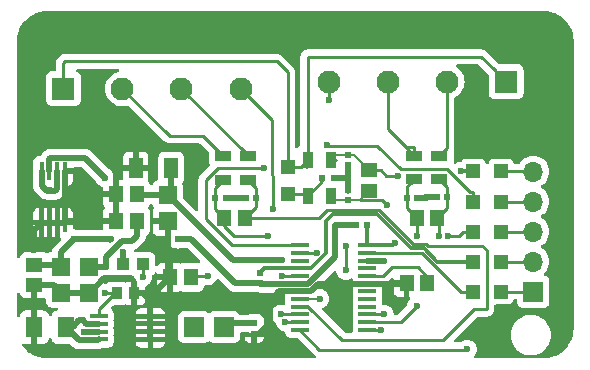
<source format=gbr>
%TF.GenerationSoftware,KiCad,Pcbnew,8.0.3*%
%TF.CreationDate,2024-08-07T15:39:48+03:00*%
%TF.ProjectId,Thermometer Schematic,54686572-6d6f-46d6-9574-657220536368,rev?*%
%TF.SameCoordinates,Original*%
%TF.FileFunction,Copper,L1,Top*%
%TF.FilePolarity,Positive*%
%FSLAX46Y46*%
G04 Gerber Fmt 4.6, Leading zero omitted, Abs format (unit mm)*
G04 Created by KiCad (PCBNEW 8.0.3) date 2024-08-07 15:39:48*
%MOMM*%
%LPD*%
G01*
G04 APERTURE LIST*
G04 Aperture macros list*
%AMRoundRect*
0 Rectangle with rounded corners*
0 $1 Rounding radius*
0 $2 $3 $4 $5 $6 $7 $8 $9 X,Y pos of 4 corners*
0 Add a 4 corners polygon primitive as box body*
4,1,4,$2,$3,$4,$5,$6,$7,$8,$9,$2,$3,0*
0 Add four circle primitives for the rounded corners*
1,1,$1+$1,$2,$3*
1,1,$1+$1,$4,$5*
1,1,$1+$1,$6,$7*
1,1,$1+$1,$8,$9*
0 Add four rect primitives between the rounded corners*
20,1,$1+$1,$2,$3,$4,$5,0*
20,1,$1+$1,$4,$5,$6,$7,0*
20,1,$1+$1,$6,$7,$8,$9,0*
20,1,$1+$1,$8,$9,$2,$3,0*%
G04 Aperture macros list end*
%TA.AperFunction,Conductor*%
%ADD10C,0.200000*%
%TD*%
%TA.AperFunction,SMDPad,CuDef*%
%ADD11R,0.560000X0.600000*%
%TD*%
%TA.AperFunction,SMDPad,CuDef*%
%ADD12R,1.524000X1.524000*%
%TD*%
%TA.AperFunction,SMDPad,CuDef*%
%ADD13R,1.524000X1.497000*%
%TD*%
%TA.AperFunction,SMDPad,CuDef*%
%ADD14RoundRect,0.102500X-0.642500X-0.102500X0.642500X-0.102500X0.642500X0.102500X-0.642500X0.102500X0*%
%TD*%
%TA.AperFunction,SMDPad,CuDef*%
%ADD15RoundRect,0.102500X0.642500X0.102500X-0.642500X0.102500X-0.642500X-0.102500X0.642500X-0.102500X0*%
%TD*%
%TA.AperFunction,SMDPad,CuDef*%
%ADD16R,0.540000X0.600000*%
%TD*%
%TA.AperFunction,SMDPad,CuDef*%
%ADD17R,1.150000X1.150000*%
%TD*%
%TA.AperFunction,ComponentPad*%
%ADD18R,1.700000X1.700000*%
%TD*%
%TA.AperFunction,SMDPad,CuDef*%
%ADD19R,0.600000X0.540000*%
%TD*%
%TA.AperFunction,SMDPad,CuDef*%
%ADD20R,1.420000X0.920000*%
%TD*%
%TA.AperFunction,ComponentPad*%
%ADD21R,1.950000X1.950000*%
%TD*%
%TA.AperFunction,ComponentPad*%
%ADD22C,1.950000*%
%TD*%
%TA.AperFunction,SMDPad,CuDef*%
%ADD23R,0.431800X1.498600*%
%TD*%
%TA.AperFunction,SMDPad,CuDef*%
%ADD24R,0.475000X0.500000*%
%TD*%
%TA.AperFunction,SMDPad,CuDef*%
%ADD25R,1.470000X1.160000*%
%TD*%
%TA.AperFunction,SMDPad,CuDef*%
%ADD26R,1.160000X1.470000*%
%TD*%
%TA.AperFunction,SMDPad,CuDef*%
%ADD27R,0.600000X0.560000*%
%TD*%
%TA.AperFunction,SMDPad,CuDef*%
%ADD28R,1.100000X1.000000*%
%TD*%
%TA.AperFunction,SMDPad,CuDef*%
%ADD29R,0.920000X1.420000*%
%TD*%
%TA.AperFunction,SMDPad,CuDef*%
%ADD30R,1.150000X1.800000*%
%TD*%
%TA.AperFunction,SMDPad,CuDef*%
%ADD31R,1.440000X1.820000*%
%TD*%
%TA.AperFunction,ComponentPad*%
%ADD32O,1.700000X1.700000*%
%TD*%
%TA.AperFunction,SMDPad,CuDef*%
%ADD33R,1.498600X0.406100*%
%TD*%
%TA.AperFunction,SMDPad,CuDef*%
%ADD34R,1.498600X0.400000*%
%TD*%
%TA.AperFunction,SMDPad,CuDef*%
%ADD35R,1.498600X0.410700*%
%TD*%
%TA.AperFunction,SMDPad,CuDef*%
%ADD36R,0.850000X1.000000*%
%TD*%
%TA.AperFunction,ViaPad*%
%ADD37C,0.600000*%
%TD*%
%TA.AperFunction,Conductor*%
%ADD38C,0.500000*%
%TD*%
%TA.AperFunction,Conductor*%
%ADD39C,0.250000*%
%TD*%
%TA.AperFunction,Conductor*%
%ADD40C,0.300000*%
%TD*%
G04 APERTURE END LIST*
D10*
%TO.N,/RL1_SNR1*%
X104650000Y-101340000D02*
X103070000Y-101350000D01*
%TD*%
D11*
%TO.P,R12,1*%
%TO.N,/DOUT{slash}RDY*%
X108620000Y-95080000D03*
%TO.P,R12,2*%
%TO.N,ADC IOVDD*%
X107750000Y-95080000D03*
%TD*%
D12*
%TO.P,C4,1*%
%TO.N,GND*%
X85110000Y-100799800D03*
D13*
%TO.P,C4,2*%
%TO.N,Vin*%
X85110000Y-98590000D03*
%TD*%
D14*
%TO.P,U1,1,DIN*%
%TO.N,/DIN*%
X102930000Y-96780000D03*
%TO.P,U1,2,SCLK*%
%TO.N,/SCLK*%
X102930000Y-97430000D03*
%TO.P,U1,3,CLK*%
%TO.N,unconnected-(U1-CLK-Pad3)*%
X102930000Y-98080000D03*
%TO.P,U1,4,~{CS}*%
%TO.N,/CS*%
X102930000Y-98730000D03*
%TO.P,U1,5,REGCAPD*%
%TO.N,Net-(U1-REGCAPD)*%
X102930000Y-99380000D03*
%TO.P,U1,6,IOVDD*%
%TO.N,ADC IOVDD*%
X102930000Y-100030000D03*
%TO.P,U1,7,DGND*%
%TO.N,GND*%
X102930000Y-100680000D03*
%TO.P,U1,8,AIN0/IOUT/VBIAS*%
%TO.N,/RL1_SNR1*%
X102930000Y-101330000D03*
%TO.P,U1,9,AIN1/IOUT/VBIAS*%
%TO.N,/AIN1*%
X102930000Y-101980000D03*
%TO.P,U1,10,AIN2/IOUT/VBIAS/P1*%
%TO.N,/AIN2*%
X102930000Y-102630000D03*
%TO.P,U1,11,AIN3/IOUT/VBIAS/P2*%
%TO.N,/RL1_SNR2*%
X102930000Y-103280000D03*
%TO.P,U1,12,REFIN1+*%
%TO.N,/REFIN1+*%
X102930000Y-103930000D03*
D15*
%TO.P,U1,13,REFIN1-*%
%TO.N,/REFIN1-*%
X108670000Y-103930000D03*
%TO.P,U1,14,AIN4/IOUT/VBIAS*%
%TO.N,/AIN4*%
X108670000Y-103280000D03*
%TO.P,U1,15,AIN5/IOUT/VBIAS*%
%TO.N,/AIN5*%
X108670000Y-102630000D03*
%TO.P,U1,16,AIN6/IOUT/VBIAS/REFIN2+*%
%TO.N,unconnected-(U1-AIN6{slash}IOUT{slash}VBIAS{slash}REFIN2+-Pad16)*%
X108670000Y-101980000D03*
%TO.P,U1,17,AIN7/IOUT/VBIAS/REFIN2-*%
%TO.N,unconnected-(U1-AIN7{slash}IOUT{slash}VBIAS{slash}REFIN2--Pad17)*%
X108670000Y-101330000D03*
%TO.P,U1,18,REFOUT*%
%TO.N,unconnected-(U1-REFOUT-Pad18)*%
X108670000Y-100680000D03*
%TO.P,U1,19,AVSS*%
%TO.N,GND*%
X108670000Y-100030000D03*
%TO.P,U1,20,REGCAPA*%
%TO.N,Net-(U1-REGCAPA)*%
X108670000Y-99380000D03*
%TO.P,U1,21,PSW*%
%TO.N,unconnected-(U1-PSW-Pad21)*%
X108670000Y-98730000D03*
%TO.P,U1,22,AVDD*%
%TO.N,ADC AVDD*%
X108670000Y-98080000D03*
%TO.P,U1,23,~{SYNC}*%
%TO.N,/SYNC*%
X108670000Y-97430000D03*
%TO.P,U1,24,DOUT/~{RDY}*%
%TO.N,/DOUT{slash}RDY*%
X108670000Y-96780000D03*
%TD*%
D16*
%TO.P,C14,1*%
%TO.N,/AIN4*%
X111991400Y-92749400D03*
%TO.P,C14,2*%
%TO.N,GNDA*%
X112855400Y-92749400D03*
%TD*%
D12*
%TO.P,C3,1*%
%TO.N,GND*%
X91760000Y-94709800D03*
D13*
%TO.P,C3,2*%
%TO.N,ADC AVDD*%
X91760000Y-92500000D03*
%TD*%
D17*
%TO.P,R18,1*%
%TO.N,Net-(J2-Pin_5)*%
X120000000Y-90530000D03*
%TO.P,R18,2*%
%TO.N,/DOUT{slash}RDY*%
X117650000Y-90530000D03*
%TD*%
D18*
%TO.P,J5,1,Pin_1*%
%TO.N,Vin*%
X93980000Y-103718000D03*
%TD*%
D19*
%TO.P,R15,1*%
%TO.N,GNDA*%
X99088000Y-103400000D03*
%TO.P,R15,2*%
%TO.N,GND*%
X99088000Y-104264000D03*
%TD*%
D20*
%TO.P,R17,1*%
%TO.N,/RL2_SNR2*%
X112658800Y-89200000D03*
%TO.P,R17,2*%
%TO.N,/AIN4*%
X112658800Y-91200000D03*
%TD*%
D16*
%TO.P,C11,1*%
%TO.N,/AIN2*%
X95800600Y-92764800D03*
%TO.P,C11,2*%
%TO.N,GNDA*%
X96664600Y-92764800D03*
%TD*%
D19*
%TO.P,C19,1*%
%TO.N,/REFIN1-*%
X107050000Y-92980000D03*
%TO.P,C19,2*%
%TO.N,GNDA*%
X107050000Y-92116000D03*
%TD*%
D12*
%TO.P,C7,1*%
%TO.N,GND*%
X82720000Y-100790000D03*
D13*
%TO.P,C7,2*%
%TO.N,ADC IOVDD*%
X82720000Y-98580200D03*
%TD*%
D21*
%TO.P,J4,1,1*%
%TO.N,/REF*%
X120421400Y-82931000D03*
D22*
%TO.P,J4,2,2*%
%TO.N,/RL3_SNR2*%
X115421400Y-82931000D03*
%TO.P,J4,3,3*%
%TO.N,/RL2_SNR2*%
X110421400Y-82931000D03*
%TO.P,J4,4,4*%
%TO.N,/RL1_SNR2*%
X105421400Y-82931000D03*
%TD*%
D23*
%TO.P,IC1,1,GND_2*%
%TO.N,GND*%
X83040000Y-90491200D03*
%TO.P,IC1,2,IN*%
%TO.N,Vin*%
X82405000Y-90491200D03*
%TO.P,IC1,3,OUT*%
%TO.N,ADC AVDD*%
X81744600Y-90491200D03*
%TO.P,IC1,4,EN*%
%TO.N,Vin*%
X81109600Y-90491200D03*
%TO.P,IC1,5,GND_3*%
%TO.N,GND*%
X81109600Y-94860000D03*
%TO.P,IC1,6,GND_4*%
X81744600Y-94860000D03*
%TO.P,IC1,7,GND_5*%
X82405000Y-94860000D03*
%TO.P,IC1,8,GND*%
X83040000Y-94860000D03*
%TD*%
D24*
%TO.P,R10,1*%
%TO.N,Net-(R10-Pad1)*%
X104832200Y-91049200D03*
%TO.P,R10,2*%
%TO.N,GNDA*%
X105856200Y-91049200D03*
%TD*%
D21*
%TO.P,J3,1,1*%
%TO.N,/REF*%
X82934800Y-83515200D03*
D22*
%TO.P,J3,2,2*%
%TO.N,/RL3_SNR1*%
X87934800Y-83515200D03*
%TO.P,J3,3,3*%
%TO.N,/RL2_SNR1*%
X92934800Y-83515200D03*
%TO.P,J3,4,4*%
%TO.N,/RL1_SNR1*%
X97934800Y-83515200D03*
%TD*%
D17*
%TO.P,R7,1*%
%TO.N,Net-(J2-Pin_4)*%
X119950000Y-93090000D03*
%TO.P,R7,2*%
%TO.N,/DIN*%
X117600000Y-93090000D03*
%TD*%
D20*
%TO.P,R3,1*%
%TO.N,/RL2_SNR1*%
X98580000Y-89220000D03*
%TO.P,R3,2*%
%TO.N,/AIN1*%
X98580000Y-91220000D03*
%TD*%
D25*
%TO.P,C8,1*%
%TO.N,ADC IOVDD*%
X80484400Y-98420300D03*
%TO.P,C8,2*%
%TO.N,GND*%
X80484400Y-100180300D03*
%TD*%
D26*
%TO.P,C9,1*%
%TO.N,Net-(U1-REGCAPA)*%
X113750000Y-99940000D03*
%TO.P,C9,2*%
%TO.N,GND*%
X111990000Y-99940000D03*
%TD*%
D27*
%TO.P,R11,1*%
%TO.N,/CS*%
X99550000Y-99115000D03*
%TO.P,R11,2*%
%TO.N,ADC IOVDD*%
X99550000Y-99985000D03*
%TD*%
D16*
%TO.P,C15,1*%
%TO.N,/AIN5*%
X115446600Y-92731400D03*
%TO.P,C15,2*%
%TO.N,GNDA*%
X114582600Y-92731400D03*
%TD*%
D17*
%TO.P,R9,1*%
%TO.N,Net-(R10-Pad1)*%
X101919200Y-92478200D03*
%TO.P,R9,2*%
%TO.N,/REF*%
X101919200Y-90128200D03*
%TD*%
%TO.P,R14,1*%
%TO.N,Net-(J2-Pin_1)*%
X119960000Y-100720000D03*
%TO.P,R14,2*%
%TO.N,/SYNC*%
X117610000Y-100720000D03*
%TD*%
D28*
%TO.P,R1,1*%
%TO.N,Net-(U2-ADJ)*%
X89670000Y-98370000D03*
%TO.P,R1,2*%
%TO.N,ADC IOVDD*%
X87970000Y-98370000D03*
%TD*%
D29*
%TO.P,R6,1*%
%TO.N,Net-(R10-Pad1)*%
X103627600Y-92573200D03*
%TO.P,R6,2*%
%TO.N,/REFIN1-*%
X105627600Y-92573200D03*
%TD*%
D26*
%TO.P,C5,1*%
%TO.N,ADC AVDD*%
X89160000Y-92460000D03*
%TO.P,C5,2*%
%TO.N,GND*%
X87400000Y-92460000D03*
%TD*%
D20*
%TO.P,R4,1*%
%TO.N,/RL3_SNR1*%
X96474400Y-89239800D03*
%TO.P,R4,2*%
%TO.N,/AIN2*%
X96474400Y-91239800D03*
%TD*%
D30*
%TO.P,C6,1,1*%
%TO.N,ADC AVDD*%
X92060000Y-90250000D03*
%TO.P,C6,2,2*%
%TO.N,GND*%
X89060000Y-90250000D03*
%TD*%
D31*
%TO.P,C2,1*%
%TO.N,Vin*%
X83150000Y-103710000D03*
%TO.P,C2,2*%
%TO.N,GND*%
X80478000Y-103710000D03*
%TD*%
D29*
%TO.P,R5,1*%
%TO.N,/REF*%
X103627600Y-89550600D03*
%TO.P,R5,2*%
%TO.N,/REFIN1+*%
X105627600Y-89550600D03*
%TD*%
D26*
%TO.P,C12,1*%
%TO.N,/AIN1*%
X98319200Y-94497600D03*
%TO.P,C12,2*%
%TO.N,/AIN2*%
X96559200Y-94497600D03*
%TD*%
D17*
%TO.P,R13,1*%
%TO.N,Net-(J2-Pin_2)*%
X119950000Y-98170000D03*
%TO.P,R13,2*%
%TO.N,/CS*%
X117600000Y-98170000D03*
%TD*%
D18*
%TO.P,J6,1,Pin_1*%
%TO.N,GNDA*%
X96520000Y-103718000D03*
%TD*%
D20*
%TO.P,R19,1*%
%TO.N,/RL3_SNR2*%
X114760000Y-89200000D03*
%TO.P,R19,2*%
%TO.N,/AIN5*%
X114760000Y-91200000D03*
%TD*%
D18*
%TO.P,J2,1,Pin_1*%
%TO.N,Net-(J2-Pin_1)*%
X122720000Y-100710000D03*
D32*
%TO.P,J2,2,Pin_2*%
%TO.N,Net-(J2-Pin_2)*%
X122720000Y-98170000D03*
%TO.P,J2,3,Pin_3*%
%TO.N,Net-(J2-Pin_3)*%
X122720000Y-95630000D03*
%TO.P,J2,4,Pin_4*%
%TO.N,Net-(J2-Pin_4)*%
X122720000Y-93090000D03*
%TO.P,J2,5,Pin_5*%
%TO.N,Net-(J2-Pin_5)*%
X122720000Y-90550000D03*
%TD*%
D17*
%TO.P,R8,1*%
%TO.N,Net-(J2-Pin_3)*%
X119960000Y-95640000D03*
%TO.P,R8,2*%
%TO.N,/SCLK*%
X117610000Y-95640000D03*
%TD*%
D16*
%TO.P,C10,1*%
%TO.N,/AIN1*%
X99255600Y-92770000D03*
%TO.P,C10,2*%
%TO.N,GNDA*%
X98391600Y-92770000D03*
%TD*%
D26*
%TO.P,C13,1*%
%TO.N,Net-(U1-REGCAPD)*%
X93730000Y-99500000D03*
%TO.P,C13,2*%
%TO.N,GND*%
X91970000Y-99500000D03*
%TD*%
D33*
%TO.P,U2,1,ADJ*%
%TO.N,Net-(U2-ADJ)*%
X85935600Y-102781950D03*
D34*
%TO.P,U2,2,IN*%
%TO.N,Vin*%
X85935600Y-103435000D03*
%TO.P,U2,3,OUT*%
%TO.N,ADC IOVDD*%
X85935600Y-104085000D03*
D33*
%TO.P,U2,4,EN*%
%TO.N,Vin*%
X85935600Y-104738050D03*
%TO.P,U2,5,GND_2*%
%TO.N,GND*%
X90304400Y-104738050D03*
D34*
%TO.P,U2,6,GND_3*%
X90304400Y-104085000D03*
D35*
%TO.P,U2,7,GND_4*%
X90304400Y-103440350D03*
D33*
%TO.P,U2,8,GND*%
X90304400Y-102781950D03*
%TD*%
D19*
%TO.P,C17,1*%
%TO.N,/REFIN1+*%
X107024600Y-89144200D03*
%TO.P,C17,2*%
%TO.N,GNDA*%
X107024600Y-90008200D03*
%TD*%
D36*
%TO.P,R2,1,1*%
%TO.N,GND*%
X88950000Y-100860000D03*
%TO.P,R2,2,2*%
%TO.N,Net-(U2-ADJ)*%
X87450000Y-100860000D03*
%TD*%
D26*
%TO.P,C1,1*%
%TO.N,Vin*%
X89160000Y-94730000D03*
%TO.P,C1,2*%
%TO.N,GND*%
X87400000Y-94730000D03*
%TD*%
D25*
%TO.P,C18,1*%
%TO.N,/REFIN1+*%
X108840000Y-90450000D03*
%TO.P,C18,2*%
%TO.N,/REFIN1-*%
X108840000Y-92210000D03*
%TD*%
D26*
%TO.P,C16,1*%
%TO.N,/AIN4*%
X112843000Y-94484000D03*
%TO.P,C16,2*%
%TO.N,/AIN5*%
X114603000Y-94484000D03*
%TD*%
D37*
%TO.N,GND*%
X80480000Y-97140000D03*
X80480000Y-101780000D03*
%TO.N,Vin*%
X84570000Y-103150000D03*
X86550000Y-98590000D03*
X81820000Y-92140000D03*
%TO.N,ADC AVDD*%
X86450000Y-91070000D03*
X110060000Y-98080000D03*
X90420000Y-92500000D03*
X101450000Y-98060000D03*
%TO.N,ADC IOVDD*%
X84690000Y-104090000D03*
X88000000Y-97310000D03*
X92610000Y-96260000D03*
X86950000Y-96260000D03*
X83860000Y-96250000D03*
%TO.N,/AIN2*%
X101320000Y-102630000D03*
X100289400Y-95980000D03*
%TO.N,Net-(U1-REGCAPD)*%
X101440000Y-99380000D03*
X95140000Y-99380000D03*
%TO.N,/AIN4*%
X112840000Y-96000000D03*
X112840000Y-101930000D03*
%TO.N,/AIN5*%
X114730000Y-96020000D03*
X110090000Y-102630000D03*
%TO.N,/REFIN1+*%
X117134400Y-105590000D03*
X111254100Y-90894300D03*
%TO.N,/REFIN1-*%
X110315100Y-93403300D03*
X109839100Y-103983900D03*
%TO.N,/RL1_SNR1*%
X106840000Y-98900000D03*
X104630000Y-101310000D03*
X106830000Y-96850000D03*
X100680000Y-93690000D03*
%TO.N,/RL1_SNR2*%
X101738200Y-103280000D03*
X105430000Y-84500000D03*
%TO.N,Net-(U2-ADJ)*%
X86420000Y-100850000D03*
X89670000Y-99450000D03*
%TO.N,/DOUT{slash}RDY*%
X116562200Y-90535100D03*
X111009300Y-96588400D03*
%TO.N,/DIN*%
X105220000Y-88300000D03*
X99954332Y-90244332D03*
%TO.N,/SCLK*%
X115540300Y-95979900D03*
X104431200Y-97397200D03*
%TO.N,GNDA*%
X97528200Y-92770000D03*
X113707000Y-92731400D03*
X107050000Y-90998400D03*
%TD*%
D38*
%TO.N,GND*%
X87400000Y-93455000D02*
X87400000Y-92460000D01*
X80484400Y-103704000D02*
X80478000Y-103710000D01*
X80484400Y-100180000D02*
X82110400Y-100180000D01*
X87420000Y-93475000D02*
X87400000Y-93455000D01*
X80484400Y-100180000D02*
X80484400Y-100180300D01*
X104524000Y-100030000D02*
X103874000Y-100680000D01*
X82110400Y-100180000D02*
X82720000Y-100790000D01*
X87420000Y-94560000D02*
X87420000Y-93475000D01*
X91760000Y-99290000D02*
X91970000Y-99500000D01*
X86390000Y-99570000D02*
X85160200Y-100800000D01*
X100590000Y-101300000D02*
X100430000Y-101460000D01*
X91760000Y-94709800D02*
X91760000Y-97234400D01*
X88750000Y-90250000D02*
X87830000Y-90250000D01*
X100430000Y-103328000D02*
X99494000Y-104264000D01*
X90304400Y-104085000D02*
X90304400Y-104738000D01*
X88950000Y-99900000D02*
X88620000Y-99570000D01*
X103874000Y-100680000D02*
X102930000Y-100680000D01*
X90304400Y-102781900D02*
X90304400Y-103440300D01*
X82729800Y-100800000D02*
X82720000Y-100790000D01*
X83040000Y-90491200D02*
X83040000Y-94860000D01*
X88750000Y-90250000D02*
X89060000Y-90250000D01*
X80484400Y-100180000D02*
X80229400Y-100180000D01*
X87830000Y-90250000D02*
X87400000Y-90680000D01*
X102930000Y-100680000D02*
X101210000Y-100680000D01*
X92315200Y-101300000D02*
X100590000Y-101300000D01*
X87420000Y-93475000D02*
X87420000Y-92390000D01*
X88620000Y-99570000D02*
X86390000Y-99570000D01*
X87400000Y-90680000D02*
X87400000Y-92460000D01*
X99494000Y-104264000D02*
X99088000Y-104264000D01*
X81744600Y-94860000D02*
X81109600Y-94860000D01*
X90304400Y-101514000D02*
X90304400Y-102781900D01*
X88950000Y-100860000D02*
X89650000Y-100860000D01*
X85109800Y-100800000D02*
X82729800Y-100800000D01*
X90304400Y-103440300D02*
X90304400Y-104085000D01*
X87230000Y-94730000D02*
X87240000Y-94740000D01*
X90195000Y-101275000D02*
X91970000Y-99500000D01*
X101210000Y-100680000D02*
X100590000Y-101300000D01*
X90220000Y-101300000D02*
X92315200Y-101300000D01*
X108670000Y-100030000D02*
X111900000Y-100030000D01*
X111900000Y-100030000D02*
X111990000Y-99940000D01*
X83040000Y-94860000D02*
X82405000Y-94860000D01*
X100430000Y-101460000D02*
X100430000Y-103328000D01*
X87230000Y-94730000D02*
X83170000Y-94730000D01*
X89650000Y-100860000D02*
X90065000Y-101275000D01*
X83170000Y-94730000D02*
X83040000Y-94860000D01*
X80484400Y-100180300D02*
X80484400Y-101776000D01*
X108670000Y-100030000D02*
X104524000Y-100030000D01*
X90065000Y-101275000D02*
X90195000Y-101275000D01*
X91760000Y-97234400D02*
X91760000Y-99290000D01*
X100590000Y-101300000D02*
X100430000Y-101460000D01*
X87400000Y-94730000D02*
X87230000Y-94730000D01*
X80484400Y-101776000D02*
X80480000Y-101780000D01*
X85109800Y-100800000D02*
X85110000Y-100799800D01*
X90065000Y-101275000D02*
X90304400Y-101514000D01*
X80480000Y-97140000D02*
X80480000Y-95489600D01*
X82405000Y-94860000D02*
X81744600Y-94860000D01*
X85160200Y-100800000D02*
X85109800Y-100800000D01*
X90195000Y-101275000D02*
X90220000Y-101300000D01*
X80480000Y-101780000D02*
X80484400Y-101784000D01*
X80484400Y-101784000D02*
X80484400Y-103704000D01*
X88950000Y-100860000D02*
X88950000Y-99900000D01*
X87240000Y-94740000D02*
X87420000Y-94560000D01*
X80480000Y-95489600D02*
X81109600Y-94860000D01*
%TO.N,Vin*%
X85110000Y-98590000D02*
X86550000Y-98590000D01*
X85853600Y-104820000D02*
X85935600Y-104738000D01*
X89160000Y-96000000D02*
X88730000Y-96430000D01*
X84570000Y-103150000D02*
X84855000Y-103435000D01*
X81109600Y-90491200D02*
X81109600Y-91740500D01*
X82405000Y-91985000D02*
X82405000Y-90491200D01*
X81109600Y-91740500D02*
X81529100Y-92160000D01*
X89160000Y-94730000D02*
X89160000Y-96000000D01*
X82230000Y-92160000D02*
X82405000Y-91985000D01*
X81800000Y-92160000D02*
X81820000Y-92140000D01*
X87910000Y-96430000D02*
X86550000Y-97790000D01*
X88730000Y-96430000D02*
X87910000Y-96430000D01*
X81529100Y-92160000D02*
X81800000Y-92160000D01*
X84570000Y-103150000D02*
X84270000Y-103150000D01*
X83150000Y-103710000D02*
X83425000Y-103435000D01*
X81840000Y-92160000D02*
X82230000Y-92160000D01*
X83150000Y-103710000D02*
X84260000Y-104820000D01*
X81820000Y-92140000D02*
X81840000Y-92160000D01*
X84270000Y-103150000D02*
X83710000Y-103710000D01*
X84260000Y-104820000D02*
X85853600Y-104820000D01*
X83710000Y-103710000D02*
X83150000Y-103710000D01*
X84855000Y-103435000D02*
X85935600Y-103435000D01*
X86550000Y-97790000D02*
X86550000Y-98590000D01*
%TO.N,ADC AVDD*%
X90420000Y-92500000D02*
X91760000Y-92500000D01*
X90420000Y-92500000D02*
X89200000Y-92500000D01*
X90420000Y-92500000D02*
X90410000Y-92490000D01*
X84771900Y-89391900D02*
X81839100Y-89391900D01*
X108670000Y-98080000D02*
X110060000Y-98080000D01*
X81744600Y-89486400D02*
X81744600Y-90491200D01*
X97330000Y-98070000D02*
X101440000Y-98070000D01*
X89200000Y-92500000D02*
X89160000Y-92460000D01*
X86445400Y-91074600D02*
X86450000Y-91070000D01*
X86450000Y-91070000D02*
X84771900Y-89391900D01*
X92060000Y-92200000D02*
X91760000Y-92500000D01*
X81839100Y-89391900D02*
X81744600Y-89486400D01*
X91760000Y-92500000D02*
X97330000Y-98070000D01*
X92060000Y-90250000D02*
X92060000Y-92200000D01*
X101440000Y-98070000D02*
X101450000Y-98060000D01*
%TO.N,ADC IOVDD*%
X82720000Y-97390000D02*
X82720000Y-98580200D01*
X86950000Y-96260000D02*
X86970000Y-96260000D01*
X88000000Y-97310000D02*
X88020000Y-97330000D01*
X82560100Y-98420400D02*
X82720000Y-98580200D01*
X99580000Y-100015000D02*
X99550000Y-99985000D01*
X87970000Y-97340000D02*
X87970000Y-98370000D01*
X102930000Y-100030000D02*
X103667770Y-100030000D01*
X80484500Y-98420400D02*
X80484400Y-98420300D01*
X99550000Y-99985000D02*
X97485000Y-99985000D01*
X86970000Y-96260000D02*
X86870000Y-96360000D01*
X88000000Y-97310000D02*
X87970000Y-97340000D01*
X83860000Y-96250000D02*
X83870000Y-96260000D01*
X80484400Y-98420400D02*
X80484500Y-98420400D01*
X83870000Y-96260000D02*
X86950000Y-96260000D01*
X83860000Y-96250000D02*
X82720000Y-97390000D01*
X103667770Y-100030000D02*
X105920000Y-97777770D01*
X93760000Y-96260000D02*
X92610000Y-96260000D01*
X102930000Y-100030000D02*
X99595000Y-100030000D01*
X99580000Y-100015000D02*
X99550000Y-99985000D01*
X105920000Y-95080000D02*
X107750000Y-95080000D01*
X84840000Y-104090000D02*
X84690000Y-104090000D01*
X105920000Y-97777770D02*
X105920000Y-95080000D01*
X80484500Y-98420400D02*
X82560100Y-98420400D01*
X84835000Y-104085000D02*
X84840000Y-104090000D01*
X97485000Y-99985000D02*
X93760000Y-96260000D01*
X99595000Y-100030000D02*
X99580000Y-100015000D01*
X85935600Y-104085000D02*
X84835000Y-104085000D01*
D39*
%TO.N,Net-(U1-REGCAPA)*%
X110010000Y-99380000D02*
X108670000Y-99380000D01*
X113750000Y-99940000D02*
X113750000Y-99470000D01*
X112920000Y-98640000D02*
X110750000Y-98640000D01*
X110750000Y-98640000D02*
X110010000Y-99380000D01*
X113750000Y-99470000D02*
X112920000Y-98640000D01*
%TO.N,/AIN1*%
X113770330Y-96810000D02*
X118420000Y-96810000D01*
X104572400Y-94497600D02*
X105285000Y-93785000D01*
X99255600Y-91895600D02*
X99255600Y-92770000D01*
X106525000Y-104830000D02*
X103675000Y-101980000D01*
X118780000Y-102200000D02*
X117730000Y-102200000D01*
X109645330Y-93785000D02*
X112540330Y-96680000D01*
X99255600Y-93561200D02*
X99255600Y-92770000D01*
X117730000Y-102200000D02*
X115100000Y-104830000D01*
X113640330Y-96680000D02*
X113770330Y-96810000D01*
X112540330Y-96680000D02*
X113640330Y-96680000D01*
X103675000Y-101980000D02*
X102930000Y-101980000D01*
X98319200Y-94497600D02*
X99255600Y-93561200D01*
X105285000Y-93785000D02*
X109645330Y-93785000D01*
X118780000Y-97170000D02*
X118780000Y-102200000D01*
X98580000Y-91220000D02*
X99255600Y-91895600D01*
X98319200Y-94497600D02*
X104572400Y-94497600D01*
X118420000Y-96810000D02*
X118780000Y-97170000D01*
X115100000Y-104830000D02*
X106525000Y-104830000D01*
%TO.N,/AIN2*%
X96559200Y-94497600D02*
X95800600Y-93739000D01*
X96559200Y-94497600D02*
X96559200Y-95189200D01*
X97350000Y-95980000D02*
X100289400Y-95980000D01*
X95800600Y-93739000D02*
X95800600Y-92764800D01*
X96559200Y-95189200D02*
X97350000Y-95980000D01*
X101320000Y-102630000D02*
X102930000Y-102630000D01*
X96474400Y-91239800D02*
X95800600Y-91913600D01*
X95800600Y-91913600D02*
X95800600Y-92764800D01*
%TO.N,Net-(U1-REGCAPD)*%
X102930000Y-99380000D02*
X101450000Y-99380000D01*
X101450000Y-99380000D02*
X101440000Y-99380000D01*
X95140000Y-99380000D02*
X93850000Y-99380000D01*
X93850000Y-99380000D02*
X93730000Y-99500000D01*
X101440000Y-99380000D02*
X101450000Y-99380000D01*
%TO.N,/AIN4*%
X111991400Y-92749500D02*
X111991400Y-92749400D01*
X111991000Y-91867400D02*
X111991000Y-92749900D01*
X112840000Y-96000000D02*
X112843000Y-95977000D01*
X110580000Y-103280000D02*
X111490000Y-103280000D01*
X111991000Y-92749900D02*
X111991000Y-93632400D01*
X112843000Y-94484000D02*
X112840000Y-96000000D01*
X110580000Y-103280000D02*
X110080000Y-103280000D01*
X110080000Y-103280000D02*
X110580000Y-103280000D01*
X112325000Y-91533700D02*
X112325100Y-91533700D01*
X112325100Y-91533700D02*
X112658800Y-91200000D01*
X111991000Y-93632400D02*
X112843000Y-94484000D01*
X112659000Y-91200000D02*
X112325000Y-91533700D01*
X112325000Y-91533700D02*
X111991000Y-91867400D01*
X111490000Y-103280000D02*
X112840000Y-101930000D01*
X111991000Y-92749900D02*
X111991400Y-92749500D01*
X108670000Y-103280000D02*
X110080000Y-103280000D01*
%TO.N,/AIN5*%
X115447000Y-92763500D02*
X115446600Y-92763100D01*
X115447000Y-92763500D02*
X115447000Y-91886600D01*
X114603000Y-94484000D02*
X115447000Y-93640400D01*
X115447000Y-91886600D02*
X114760000Y-91200000D01*
X108670000Y-102630000D02*
X110090000Y-102630000D01*
X114730000Y-94611000D02*
X114603000Y-94484000D01*
X115447000Y-93640400D02*
X115447000Y-92763500D01*
X114730000Y-96020000D02*
X114730000Y-94611000D01*
X115446600Y-92763100D02*
X115446600Y-92731400D01*
D10*
%TO.N,/REFIN1+*%
X107534000Y-89144200D02*
X108840000Y-90450000D01*
X105831100Y-89753800D02*
X106060000Y-89524800D01*
D39*
X105628000Y-89550700D02*
X105831100Y-89753800D01*
D10*
X105628000Y-89957000D02*
X105831100Y-89753800D01*
D39*
X105628000Y-89550600D02*
X105628000Y-89550700D01*
X108840000Y-90450000D02*
X109825000Y-90450000D01*
X104620000Y-105620000D02*
X102930000Y-103930000D01*
D10*
X105628000Y-89550600D02*
X106034000Y-89144200D01*
D39*
X111254100Y-90894300D02*
X110269300Y-90894300D01*
D10*
X106034000Y-89144200D02*
X107024600Y-89144200D01*
D39*
X110269300Y-90894300D02*
X109825000Y-90450000D01*
X117104400Y-105620000D02*
X104620000Y-105620000D01*
D10*
X107024600Y-89144200D02*
X107534000Y-89144200D01*
D39*
X105627600Y-89550600D02*
X105628000Y-89550600D01*
X117134400Y-105590000D02*
X117104400Y-105620000D01*
D10*
%TO.N,/REFIN1-*%
X105628000Y-92573200D02*
X105831000Y-92776600D01*
D39*
X108723900Y-103983900D02*
X109839100Y-103983900D01*
X109891800Y-92980000D02*
X110315100Y-93403300D01*
D10*
X105831000Y-92776600D02*
X106034000Y-92980000D01*
X106034000Y-92980000D02*
X107050000Y-92980000D01*
X107050000Y-92980000D02*
X108070000Y-92980000D01*
D39*
X105831000Y-92776600D02*
X105627600Y-92573200D01*
X108670000Y-103930000D02*
X108723900Y-103983900D01*
D10*
X108070000Y-92980000D02*
X108840000Y-92210000D01*
D39*
X108070000Y-92980000D02*
X109891800Y-92980000D01*
%TO.N,Net-(J2-Pin_2)*%
X122720000Y-98170000D02*
X119950000Y-98170000D01*
%TO.N,Net-(J2-Pin_4)*%
X122720000Y-93090000D02*
X119950000Y-93090000D01*
%TO.N,Net-(J2-Pin_1)*%
X122720000Y-100710000D02*
X119970000Y-100710000D01*
X119970000Y-100710000D02*
X119960000Y-100720000D01*
%TO.N,Net-(J2-Pin_3)*%
X119970000Y-95630000D02*
X119960000Y-95640000D01*
X122720000Y-95630000D02*
X119970000Y-95630000D01*
%TO.N,Net-(J2-Pin_5)*%
X122700000Y-90530000D02*
X122720000Y-90550000D01*
X122640000Y-90470200D02*
X122720000Y-90550000D01*
X120000000Y-90530000D02*
X122700000Y-90530000D01*
%TO.N,/REF*%
X100980000Y-81210000D02*
X101919000Y-82149200D01*
X119367000Y-81876700D02*
X120421000Y-82931000D01*
X82934800Y-83515200D02*
X82934800Y-81345200D01*
X119367100Y-81876700D02*
X120421400Y-82931000D01*
X103541600Y-90043000D02*
X103628000Y-89957000D01*
X101919200Y-90128200D02*
X103050000Y-90128200D01*
X103628000Y-80822400D02*
X118313000Y-80822400D01*
X82934800Y-81345200D02*
X83070000Y-81210000D01*
X103628000Y-86371700D02*
X103627600Y-86372100D01*
X103628000Y-86371700D02*
X103628000Y-80822400D01*
X83070000Y-81210000D02*
X100980000Y-81210000D01*
X103339000Y-89839400D02*
X103541600Y-90042000D01*
X103541600Y-90042000D02*
X103541600Y-90043000D01*
X103339000Y-89839400D02*
X103628000Y-89550600D01*
X101919000Y-82149200D02*
X101919000Y-90128200D01*
X101919000Y-90128200D02*
X101919200Y-90128200D01*
X118313000Y-80822400D02*
X119367000Y-81876700D01*
X103456000Y-90128200D02*
X103541600Y-90043000D01*
X103628000Y-89550600D02*
X103628000Y-86371700D01*
X103627600Y-86372100D02*
X103627600Y-89550600D01*
X119367000Y-81876700D02*
X119367100Y-81876700D01*
X103050000Y-90128200D02*
X103339000Y-89839400D01*
%TO.N,/RL3_SNR1*%
X94750000Y-87520000D02*
X96469800Y-89239800D01*
X96469800Y-89239800D02*
X96474400Y-89239800D01*
X87934800Y-83515200D02*
X91939600Y-87520000D01*
X91939600Y-87520000D02*
X94750000Y-87520000D01*
%TO.N,/RL2_SNR1*%
X92934800Y-83515200D02*
X98580000Y-89160400D01*
X98580000Y-89160400D02*
X98580000Y-89220000D01*
%TO.N,/RL1_SNR1*%
X106840000Y-98900000D02*
X106830000Y-98830000D01*
X97934800Y-83515200D02*
X100630000Y-86210400D01*
X100630000Y-88010000D02*
X100680000Y-93690000D01*
X100630000Y-86210400D02*
X100630000Y-88130000D01*
X106830000Y-96850000D02*
X106840000Y-98900000D01*
X100680000Y-93690000D02*
X100630000Y-93610000D01*
X100630000Y-88130000D02*
X100630000Y-88010000D01*
%TO.N,/RL2_SNR2*%
X112658800Y-89200000D02*
X112658800Y-88490000D01*
X110421000Y-82931000D02*
X110421000Y-84946800D01*
X111948800Y-88490000D02*
X112658800Y-88490000D01*
X110421000Y-84946800D02*
X110421400Y-84946400D01*
X111948800Y-88490000D02*
X112659000Y-89200000D01*
X110421400Y-84946400D02*
X110421400Y-82931000D01*
X110421000Y-86962600D02*
X111948800Y-88490000D01*
X110421000Y-84946800D02*
X110421000Y-86962600D01*
%TO.N,/RL1_SNR2*%
X105421000Y-82931000D02*
X105421000Y-83661200D01*
X105430000Y-84500000D02*
X105530000Y-84500000D01*
X102930000Y-103280000D02*
X101738200Y-103280000D01*
X105421000Y-83661200D02*
X105421000Y-84391400D01*
X105421000Y-84391400D02*
X105430000Y-84400000D01*
X105421400Y-83660800D02*
X105421400Y-82931000D01*
X105421000Y-83661200D02*
X105421400Y-83660800D01*
X105430000Y-84400000D02*
X105430000Y-84500000D01*
X105530000Y-84500000D02*
X105430000Y-84400000D01*
%TO.N,/RL3_SNR2*%
X115421000Y-82931000D02*
X115421000Y-85623000D01*
X115421000Y-85623000D02*
X115421000Y-88538600D01*
X115421000Y-88538600D02*
X114760000Y-89200000D01*
X115421400Y-85622600D02*
X115421400Y-82931000D01*
X115421000Y-85623000D02*
X115421400Y-85622600D01*
%TO.N,Net-(U2-ADJ)*%
X85935600Y-102781900D02*
X85935600Y-102204000D01*
X87280000Y-100860000D02*
X86510000Y-100860000D01*
X87450000Y-100860000D02*
X87280000Y-100860000D01*
X89670000Y-99450000D02*
X89670000Y-98370000D01*
X85935600Y-102204000D02*
X87280000Y-100860000D01*
X85935600Y-102782000D02*
X85935600Y-102781900D01*
X87280000Y-100860000D02*
X87450000Y-100860000D01*
X86420000Y-100850000D02*
X86490000Y-100860000D01*
X86490000Y-100860000D02*
X86500000Y-100860000D01*
X86510000Y-100860000D02*
X86420000Y-100850000D01*
%TO.N,Net-(R10-Pad1)*%
X101919200Y-92478200D02*
X103533000Y-92478200D01*
X104832000Y-91208900D02*
X104832000Y-91049200D01*
X103627800Y-92573000D02*
X103628000Y-92573200D01*
X104832000Y-91368600D02*
X104832000Y-91208900D01*
X103628000Y-92573200D02*
X104832000Y-91368600D01*
X104832000Y-91208900D02*
X104832200Y-91208700D01*
X104832200Y-91208700D02*
X104832200Y-91049200D01*
X101919000Y-92478200D02*
X101919200Y-92478200D01*
X103627600Y-92573200D02*
X103627800Y-92573000D01*
X103533000Y-92478200D02*
X103627800Y-92573000D01*
D40*
%TO.N,/CS*%
X114600000Y-98170000D02*
X113485000Y-97055000D01*
X105170000Y-97476000D02*
X103916000Y-98730000D01*
X113485000Y-97055000D02*
X112385000Y-97055000D01*
X105760000Y-94160000D02*
X105170000Y-94750000D01*
X109490000Y-94160000D02*
X105760000Y-94160000D01*
X103916000Y-98730000D02*
X102930000Y-98730000D01*
X102930000Y-98730000D02*
X99935000Y-98730000D01*
X117600000Y-98170000D02*
X114600000Y-98170000D01*
X105170000Y-94750000D02*
X105170000Y-97476000D01*
X99935000Y-98730000D02*
X99550000Y-99115000D01*
X112385000Y-97055000D02*
X109490000Y-94160000D01*
%TO.N,/DOUT{slash}RDY*%
X110842700Y-96755000D02*
X111009300Y-96588400D01*
X108615000Y-96725000D02*
X108620000Y-96730000D01*
X117650000Y-90530000D02*
X116800000Y-90530000D01*
X116562200Y-90535100D02*
X116794900Y-90535100D01*
X108645000Y-96755000D02*
X110842700Y-96755000D01*
X108645000Y-96755000D02*
X108670000Y-96780000D01*
X108620000Y-95080000D02*
X108620000Y-96730000D01*
X116794900Y-90535100D02*
X116800000Y-90530000D01*
X108645000Y-96755000D02*
X108670000Y-96780000D01*
X108620000Y-96730000D02*
X108645000Y-96755000D01*
X108620000Y-96730000D02*
X108645000Y-96755000D01*
D39*
%TO.N,/DIN*%
X111490900Y-90360000D02*
X115422900Y-90360000D01*
X95994700Y-90220000D02*
X95000000Y-91214700D01*
X117600000Y-92265000D02*
X117600000Y-93090000D01*
X105267500Y-88340000D02*
X105220000Y-88300000D01*
X115422900Y-90360000D02*
X117327900Y-92265000D01*
X97198900Y-96780000D02*
X102930000Y-96780000D01*
X117327900Y-92265000D02*
X117600000Y-92265000D01*
X105220000Y-88300000D02*
X105347500Y-88340000D01*
X95000000Y-94581100D02*
X97198900Y-96780000D01*
X105347500Y-88340000D02*
X109470900Y-88340000D01*
X99930000Y-90220000D02*
X95994700Y-90220000D01*
X99954332Y-90244332D02*
X99930000Y-90220000D01*
X95000000Y-91214700D02*
X95000000Y-94581100D01*
X105307500Y-88340000D02*
X105267500Y-88340000D01*
X109470900Y-88340000D02*
X111490900Y-90360000D01*
%TO.N,/SCLK*%
X102930000Y-97430000D02*
X104398400Y-97430000D01*
X117610000Y-95640000D02*
X116785000Y-95640000D01*
X115540300Y-95979900D02*
X116445100Y-95979900D01*
X104398400Y-97430000D02*
X104431200Y-97397200D01*
X116445100Y-95979900D02*
X116785000Y-95640000D01*
%TO.N,/SYNC*%
X108670000Y-97430000D02*
X113330000Y-97430000D01*
X116620000Y-100720000D02*
X117610000Y-100720000D01*
X113330000Y-97430000D02*
X116620000Y-100720000D01*
D38*
%TO.N,GNDA*%
X96702600Y-92764800D02*
X96664600Y-92764800D01*
X107050000Y-90998400D02*
X107050000Y-91303200D01*
X107024600Y-90278200D02*
X107050000Y-90303600D01*
X106999000Y-91049200D02*
X107050000Y-90998400D01*
X107050000Y-90303600D02*
X107050000Y-90998400D01*
X107050000Y-91303200D02*
X107050000Y-90998400D01*
X112855400Y-92749400D02*
X113689000Y-92749400D01*
X107050000Y-92157400D02*
X107050000Y-92116000D01*
X105856000Y-91049200D02*
X105856200Y-91049200D01*
X97523000Y-92764800D02*
X97528200Y-92770000D01*
X96520000Y-103718000D02*
X96838000Y-103400000D01*
X107050000Y-92116000D02*
X107050000Y-91303200D01*
X96838000Y-103400000D02*
X99088000Y-103400000D01*
X114583000Y-92731400D02*
X114582600Y-92731400D01*
X107024600Y-90008200D02*
X107024600Y-90278200D01*
X113689000Y-92749400D02*
X113707000Y-92731400D01*
X105856200Y-91049200D02*
X106999000Y-91049200D01*
X114582600Y-92731400D02*
X113707000Y-92731400D01*
X96702600Y-92764800D02*
X97523000Y-92764800D01*
X98391600Y-92770000D02*
X97528200Y-92770000D01*
X112855000Y-92749400D02*
X112855400Y-92749400D01*
%TD*%
%TA.AperFunction,Conductor*%
%TO.N,GND*%
G36*
X90336703Y-93296179D02*
G01*
X90407545Y-93304161D01*
X90412278Y-93304695D01*
X90476692Y-93331762D01*
X90514575Y-93384582D01*
X90554202Y-93490828D01*
X90554204Y-93490831D01*
X90579225Y-93524255D01*
X90603643Y-93589718D01*
X90588792Y-93657991D01*
X90579226Y-93672876D01*
X90554649Y-93705706D01*
X90554645Y-93705713D01*
X90504403Y-93840420D01*
X90504401Y-93840427D01*
X90498000Y-93899955D01*
X90498000Y-94459800D01*
X91886000Y-94459800D01*
X91953039Y-94479485D01*
X91998794Y-94532289D01*
X92010000Y-94583800D01*
X92010000Y-95676960D01*
X91990315Y-95743999D01*
X91982950Y-95754269D01*
X91980186Y-95757734D01*
X91884211Y-95910476D01*
X91824631Y-96080745D01*
X91824630Y-96080750D01*
X91804435Y-96259996D01*
X91804435Y-96260003D01*
X91824630Y-96439249D01*
X91824631Y-96439254D01*
X91884211Y-96609523D01*
X91919177Y-96665170D01*
X91980184Y-96762262D01*
X92107738Y-96889816D01*
X92158992Y-96922021D01*
X92258991Y-96984855D01*
X92260478Y-96985789D01*
X92399700Y-97034505D01*
X92430745Y-97045368D01*
X92430750Y-97045369D01*
X92609996Y-97065565D01*
X92610000Y-97065565D01*
X92610004Y-97065565D01*
X92789249Y-97045369D01*
X92789252Y-97045368D01*
X92789255Y-97045368D01*
X92869017Y-97017457D01*
X92909972Y-97010500D01*
X93397770Y-97010500D01*
X93464809Y-97030185D01*
X93485451Y-97046819D01*
X94496179Y-98057547D01*
X94529664Y-98118870D01*
X94524680Y-98188562D01*
X94482808Y-98244495D01*
X94417344Y-98268912D01*
X94395245Y-98268518D01*
X94391589Y-98268125D01*
X94357873Y-98264500D01*
X94357867Y-98264500D01*
X93102129Y-98264500D01*
X93102123Y-98264501D01*
X93042516Y-98270908D01*
X92899359Y-98324303D01*
X92898774Y-98322734D01*
X92840624Y-98335383D01*
X92800794Y-98323686D01*
X92800399Y-98324746D01*
X92657379Y-98271403D01*
X92657372Y-98271401D01*
X92597844Y-98265000D01*
X92220000Y-98265000D01*
X92220000Y-100735000D01*
X92597828Y-100735000D01*
X92597844Y-100734999D01*
X92657372Y-100728598D01*
X92657376Y-100728597D01*
X92800398Y-100675253D01*
X92801076Y-100677070D01*
X92858306Y-100664615D01*
X92899032Y-100676572D01*
X92899359Y-100675697D01*
X93042517Y-100729091D01*
X93042516Y-100729091D01*
X93048749Y-100729761D01*
X93102127Y-100735500D01*
X94357872Y-100735499D01*
X94417483Y-100729091D01*
X94552331Y-100678796D01*
X94667546Y-100592546D01*
X94753796Y-100477331D01*
X94804091Y-100342483D01*
X94810500Y-100282873D01*
X94810500Y-100282861D01*
X94810658Y-100279920D01*
X94833905Y-100214031D01*
X94889084Y-100171170D01*
X94953733Y-100165387D01*
X94953824Y-100164589D01*
X94957737Y-100165029D01*
X94958676Y-100164946D01*
X94960554Y-100165347D01*
X95139996Y-100185565D01*
X95140000Y-100185565D01*
X95140004Y-100185565D01*
X95319249Y-100165369D01*
X95319252Y-100165368D01*
X95319255Y-100165368D01*
X95489522Y-100105789D01*
X95642262Y-100009816D01*
X95769816Y-99882262D01*
X95865789Y-99729522D01*
X95878987Y-99691803D01*
X95919708Y-99635028D01*
X95984661Y-99609280D01*
X96053223Y-99622736D01*
X96083710Y-99645077D01*
X96902049Y-100463416D01*
X96963263Y-100524630D01*
X97006585Y-100567952D01*
X97129498Y-100650080D01*
X97129511Y-100650087D01*
X97179384Y-100670745D01*
X97179385Y-100670745D01*
X97266088Y-100706659D01*
X97382241Y-100729763D01*
X97401468Y-100733587D01*
X97411081Y-100735500D01*
X97411082Y-100735500D01*
X97411083Y-100735500D01*
X97558918Y-100735500D01*
X99056894Y-100735500D01*
X99100227Y-100743318D01*
X99142517Y-100759091D01*
X99202127Y-100765500D01*
X99433457Y-100765499D01*
X99457650Y-100767881D01*
X99472350Y-100770806D01*
X99521081Y-100780500D01*
X99521082Y-100780500D01*
X99668917Y-100780500D01*
X101570793Y-100780500D01*
X101637832Y-100800185D01*
X101683587Y-100852989D01*
X101693732Y-100888315D01*
X101700508Y-100939785D01*
X101707596Y-100956898D01*
X101715062Y-101026368D01*
X101707597Y-101051794D01*
X101700020Y-101070087D01*
X101684500Y-101187978D01*
X101684500Y-101472022D01*
X101700019Y-101589907D01*
X101700022Y-101589918D01*
X101707325Y-101607550D01*
X101714792Y-101677020D01*
X101707325Y-101702450D01*
X101700022Y-101720081D01*
X101700021Y-101720085D01*
X101695415Y-101755068D01*
X101667147Y-101818964D01*
X101608822Y-101857434D01*
X101538957Y-101858264D01*
X101531522Y-101855922D01*
X101499257Y-101844632D01*
X101499249Y-101844630D01*
X101320004Y-101824435D01*
X101319996Y-101824435D01*
X101140750Y-101844630D01*
X101140745Y-101844631D01*
X100970476Y-101904211D01*
X100817737Y-102000184D01*
X100690184Y-102127737D01*
X100594211Y-102280476D01*
X100534631Y-102450745D01*
X100534630Y-102450750D01*
X100514435Y-102629996D01*
X100514435Y-102630003D01*
X100534630Y-102809249D01*
X100534631Y-102809254D01*
X100594211Y-102979523D01*
X100690184Y-103132262D01*
X100817738Y-103259816D01*
X100888378Y-103304202D01*
X100934669Y-103356537D01*
X100945626Y-103395311D01*
X100952830Y-103459249D01*
X101012410Y-103629521D01*
X101105381Y-103777483D01*
X101108384Y-103782262D01*
X101235938Y-103909816D01*
X101388678Y-104005789D01*
X101558945Y-104065368D01*
X101589107Y-104068766D01*
X101653519Y-104095830D01*
X101693075Y-104153424D01*
X101698163Y-104175801D01*
X101700020Y-104189913D01*
X101700021Y-104189915D01*
X101760779Y-104336599D01*
X101760780Y-104336601D01*
X101760781Y-104336602D01*
X101857436Y-104462564D01*
X101983398Y-104559219D01*
X102130085Y-104619979D01*
X102247979Y-104635500D01*
X102699547Y-104635499D01*
X102766586Y-104655183D01*
X102787228Y-104671818D01*
X104131016Y-106015606D01*
X104131045Y-106015637D01*
X104221263Y-106105855D01*
X104221268Y-106105859D01*
X104238536Y-106117397D01*
X104283342Y-106171008D01*
X104292051Y-106240333D01*
X104261897Y-106303361D01*
X104202454Y-106340081D01*
X104169647Y-106344500D01*
X81513751Y-106344500D01*
X81506264Y-106344274D01*
X81216205Y-106326728D01*
X81201340Y-106324923D01*
X80919201Y-106273219D01*
X80904663Y-106269635D01*
X80630832Y-106184306D01*
X80616831Y-106178997D01*
X80355263Y-106061275D01*
X80342004Y-106054316D01*
X80096537Y-105905926D01*
X80084217Y-105897422D01*
X80045142Y-105866809D01*
X79858426Y-105720526D01*
X79847218Y-105710596D01*
X79644403Y-105507781D01*
X79634473Y-105496573D01*
X79475330Y-105293441D01*
X79449481Y-105228529D01*
X79462830Y-105159946D01*
X79511138Y-105109467D01*
X79579068Y-105093119D01*
X79616275Y-105100786D01*
X79650623Y-105113597D01*
X79650627Y-105113598D01*
X79710155Y-105119999D01*
X79710172Y-105120000D01*
X80228000Y-105120000D01*
X80228000Y-102300000D01*
X79710155Y-102300000D01*
X79650627Y-102306401D01*
X79650620Y-102306403D01*
X79515913Y-102356645D01*
X79515906Y-102356649D01*
X79400812Y-102442809D01*
X79400809Y-102442812D01*
X79314649Y-102557906D01*
X79314645Y-102557913D01*
X79264403Y-102692620D01*
X79264401Y-102692627D01*
X79257789Y-102754126D01*
X79231051Y-102818677D01*
X79173658Y-102858525D01*
X79103833Y-102861018D01*
X79043744Y-102825365D01*
X79012470Y-102762885D01*
X79010500Y-102740870D01*
X79010500Y-100893544D01*
X79030185Y-100826505D01*
X79082989Y-100780750D01*
X79152147Y-100770806D01*
X79215703Y-100799831D01*
X79253477Y-100858609D01*
X79255178Y-100865034D01*
X79255802Y-100867678D01*
X79306045Y-101002386D01*
X79306049Y-101002393D01*
X79392209Y-101117487D01*
X79392212Y-101117490D01*
X79507306Y-101203650D01*
X79507313Y-101203654D01*
X79642020Y-101253896D01*
X79642027Y-101253898D01*
X79701555Y-101260299D01*
X79701572Y-101260300D01*
X80234400Y-101260300D01*
X80234400Y-100054300D01*
X80254085Y-99987261D01*
X80306889Y-99941506D01*
X80358400Y-99930300D01*
X80610400Y-99930300D01*
X80677439Y-99949985D01*
X80723194Y-100002789D01*
X80734400Y-100054300D01*
X80734400Y-101260300D01*
X81267228Y-101260300D01*
X81267239Y-101260299D01*
X81320742Y-101254546D01*
X81389502Y-101266950D01*
X81440640Y-101314559D01*
X81458000Y-101377835D01*
X81458000Y-101599844D01*
X81464401Y-101659372D01*
X81464403Y-101659379D01*
X81514645Y-101794086D01*
X81514649Y-101794093D01*
X81600809Y-101909187D01*
X81600812Y-101909190D01*
X81715906Y-101995350D01*
X81715913Y-101995354D01*
X81850620Y-102045596D01*
X81850627Y-102045598D01*
X81910155Y-102051999D01*
X81910172Y-102052000D01*
X82370836Y-102052000D01*
X82437875Y-102071685D01*
X82483630Y-102124489D01*
X82493574Y-102193647D01*
X82464549Y-102257203D01*
X82405771Y-102294977D01*
X82384089Y-102299290D01*
X82322516Y-102305908D01*
X82187671Y-102356202D01*
X82187664Y-102356206D01*
X82072455Y-102442452D01*
X82072452Y-102442455D01*
X81986206Y-102557664D01*
X81986202Y-102557671D01*
X81935908Y-102692517D01*
X81934416Y-102698833D01*
X81899840Y-102759548D01*
X81837929Y-102791932D01*
X81768337Y-102785703D01*
X81713161Y-102742839D01*
X81693061Y-102698819D01*
X81691596Y-102692620D01*
X81641354Y-102557913D01*
X81641350Y-102557906D01*
X81555190Y-102442812D01*
X81555187Y-102442809D01*
X81440093Y-102356649D01*
X81440086Y-102356645D01*
X81305379Y-102306403D01*
X81305372Y-102306401D01*
X81245844Y-102300000D01*
X80728000Y-102300000D01*
X80728000Y-105120000D01*
X81245828Y-105120000D01*
X81245844Y-105119999D01*
X81305372Y-105113598D01*
X81305379Y-105113596D01*
X81440086Y-105063354D01*
X81440093Y-105063350D01*
X81555187Y-104977190D01*
X81555190Y-104977187D01*
X81641350Y-104862093D01*
X81641354Y-104862086D01*
X81691596Y-104727379D01*
X81693061Y-104721181D01*
X81727629Y-104660462D01*
X81789537Y-104628071D01*
X81859129Y-104634292D01*
X81914311Y-104677150D01*
X81934416Y-104721167D01*
X81935908Y-104727482D01*
X81986202Y-104862328D01*
X81986206Y-104862335D01*
X82072452Y-104977544D01*
X82072455Y-104977547D01*
X82187664Y-105063793D01*
X82187671Y-105063797D01*
X82322517Y-105114091D01*
X82322516Y-105114091D01*
X82329444Y-105114835D01*
X82382127Y-105120500D01*
X83447769Y-105120499D01*
X83514808Y-105140183D01*
X83535450Y-105156818D01*
X83781586Y-105402954D01*
X83804720Y-105418410D01*
X83839425Y-105441599D01*
X83904505Y-105485084D01*
X83904507Y-105485085D01*
X83904511Y-105485087D01*
X84041082Y-105541656D01*
X84041087Y-105541658D01*
X84041091Y-105541658D01*
X84041092Y-105541659D01*
X84186079Y-105570500D01*
X84186082Y-105570500D01*
X85927520Y-105570500D01*
X86031199Y-105549876D01*
X86072513Y-105541658D01*
X86209095Y-105485084D01*
X86242898Y-105462496D01*
X86309575Y-105441619D01*
X86311789Y-105441599D01*
X86732771Y-105441599D01*
X86732772Y-105441599D01*
X86792383Y-105435191D01*
X86927231Y-105384896D01*
X87042446Y-105298646D01*
X87128696Y-105183431D01*
X87178991Y-105048583D01*
X87185400Y-104988973D01*
X87185400Y-104988944D01*
X89055100Y-104988944D01*
X89061501Y-105048472D01*
X89061503Y-105048479D01*
X89111745Y-105183186D01*
X89111749Y-105183193D01*
X89197909Y-105298287D01*
X89197912Y-105298290D01*
X89313006Y-105384450D01*
X89313013Y-105384454D01*
X89447720Y-105434696D01*
X89447727Y-105434698D01*
X89507255Y-105441099D01*
X89507272Y-105441100D01*
X90101350Y-105441100D01*
X90507450Y-105441100D01*
X91101528Y-105441100D01*
X91101544Y-105441099D01*
X91161072Y-105434698D01*
X91161079Y-105434696D01*
X91295786Y-105384454D01*
X91295793Y-105384450D01*
X91410887Y-105298290D01*
X91410890Y-105298287D01*
X91497050Y-105183193D01*
X91497054Y-105183186D01*
X91547296Y-105048479D01*
X91547298Y-105048472D01*
X91553699Y-104988944D01*
X91553700Y-104988927D01*
X91553700Y-104941100D01*
X90507450Y-104941100D01*
X90507450Y-105441100D01*
X90101350Y-105441100D01*
X90101350Y-104941100D01*
X89055100Y-104941100D01*
X89055100Y-104988944D01*
X87185400Y-104988944D01*
X87185399Y-104487128D01*
X87178991Y-104427517D01*
X87178989Y-104427513D01*
X87178532Y-104423255D01*
X87178532Y-104396745D01*
X87178989Y-104392486D01*
X87178991Y-104392483D01*
X87185400Y-104332873D01*
X87185400Y-104332827D01*
X89055100Y-104332827D01*
X89055101Y-104332846D01*
X89061971Y-104396745D01*
X89061971Y-104423255D01*
X89055101Y-104487153D01*
X89055100Y-104487172D01*
X89055100Y-104535000D01*
X90101350Y-104535000D01*
X90507450Y-104535000D01*
X91553700Y-104535000D01*
X91553700Y-104487172D01*
X91553699Y-104487158D01*
X91546828Y-104423257D01*
X91546828Y-104396743D01*
X91553699Y-104332841D01*
X91553700Y-104332827D01*
X91553700Y-104285000D01*
X90507450Y-104285000D01*
X90507450Y-104535000D01*
X90101350Y-104535000D01*
X90101350Y-104285000D01*
X89055100Y-104285000D01*
X89055100Y-104332827D01*
X87185400Y-104332827D01*
X87185399Y-103837128D01*
X87178991Y-103777517D01*
X87178989Y-103777513D01*
X87178532Y-103773255D01*
X87178532Y-103746745D01*
X87178989Y-103742486D01*
X87178991Y-103742483D01*
X87184254Y-103693530D01*
X89055100Y-103693530D01*
X89061396Y-103752096D01*
X89061396Y-103778604D01*
X89055100Y-103837169D01*
X89055100Y-103885000D01*
X90099050Y-103885000D01*
X90509750Y-103885000D01*
X91553700Y-103885000D01*
X91553700Y-103837172D01*
X91553699Y-103837160D01*
X91547403Y-103778608D01*
X91547403Y-103752092D01*
X91553699Y-103693539D01*
X91553700Y-103693527D01*
X91553700Y-103645700D01*
X90509750Y-103645700D01*
X90509750Y-103885000D01*
X90099050Y-103885000D01*
X90099050Y-103645700D01*
X89055100Y-103645700D01*
X89055100Y-103693530D01*
X87184254Y-103693530D01*
X87185400Y-103682873D01*
X87185399Y-103187128D01*
X87178991Y-103127517D01*
X87178989Y-103127513D01*
X87178532Y-103123255D01*
X87178532Y-103096745D01*
X87178989Y-103092486D01*
X87178991Y-103092483D01*
X87185400Y-103032873D01*
X87185400Y-103032827D01*
X89055100Y-103032827D01*
X89055101Y-103032846D01*
X89061971Y-103096745D01*
X89061971Y-103123255D01*
X89055101Y-103187153D01*
X89055100Y-103187172D01*
X89055100Y-103235000D01*
X90099050Y-103235000D01*
X90509750Y-103235000D01*
X91553700Y-103235000D01*
X91553700Y-103187172D01*
X91553699Y-103187158D01*
X91546828Y-103123257D01*
X91546828Y-103096743D01*
X91553699Y-103032841D01*
X91553700Y-103032827D01*
X91553700Y-102985000D01*
X90509750Y-102985000D01*
X90509750Y-103235000D01*
X90099050Y-103235000D01*
X90099050Y-102985000D01*
X89055100Y-102985000D01*
X89055100Y-103032827D01*
X87185400Y-103032827D01*
X87185400Y-102820135D01*
X92629500Y-102820135D01*
X92629500Y-104615870D01*
X92629501Y-104615876D01*
X92635908Y-104675483D01*
X92686202Y-104810328D01*
X92686206Y-104810335D01*
X92772452Y-104925544D01*
X92772455Y-104925547D01*
X92887664Y-105011793D01*
X92887671Y-105011797D01*
X93022517Y-105062091D01*
X93022516Y-105062091D01*
X93029444Y-105062835D01*
X93082127Y-105068500D01*
X94877872Y-105068499D01*
X94937483Y-105062091D01*
X95072331Y-105011796D01*
X95175690Y-104934421D01*
X95241152Y-104910004D01*
X95309425Y-104924855D01*
X95324303Y-104934416D01*
X95404565Y-104994500D01*
X95427668Y-105011795D01*
X95427671Y-105011797D01*
X95562517Y-105062091D01*
X95562516Y-105062091D01*
X95569444Y-105062835D01*
X95622127Y-105068500D01*
X97417872Y-105068499D01*
X97477483Y-105062091D01*
X97612331Y-105011796D01*
X97727546Y-104925546D01*
X97813796Y-104810331D01*
X97864091Y-104675483D01*
X97870500Y-104615873D01*
X97870500Y-104581844D01*
X98288000Y-104581844D01*
X98294401Y-104641372D01*
X98294403Y-104641379D01*
X98344645Y-104776086D01*
X98344649Y-104776093D01*
X98430809Y-104891187D01*
X98430812Y-104891190D01*
X98545906Y-104977350D01*
X98545913Y-104977354D01*
X98680620Y-105027596D01*
X98680627Y-105027598D01*
X98740155Y-105033999D01*
X98740172Y-105034000D01*
X98838000Y-105034000D01*
X99338000Y-105034000D01*
X99435828Y-105034000D01*
X99435844Y-105033999D01*
X99495372Y-105027598D01*
X99495379Y-105027596D01*
X99630086Y-104977354D01*
X99630093Y-104977350D01*
X99745187Y-104891190D01*
X99745190Y-104891187D01*
X99831350Y-104776093D01*
X99831354Y-104776086D01*
X99881596Y-104641379D01*
X99881598Y-104641372D01*
X99887999Y-104581844D01*
X99888000Y-104581827D01*
X99888000Y-104514000D01*
X99338000Y-104514000D01*
X99338000Y-105034000D01*
X98838000Y-105034000D01*
X98838000Y-104514000D01*
X98288000Y-104514000D01*
X98288000Y-104581844D01*
X97870500Y-104581844D01*
X97870500Y-104274500D01*
X97890185Y-104207461D01*
X97942989Y-104161706D01*
X97994500Y-104150500D01*
X98621705Y-104150500D01*
X98665039Y-104158319D01*
X98680508Y-104164088D01*
X98680511Y-104164089D01*
X98680517Y-104164091D01*
X98740127Y-104170500D01*
X99435872Y-104170499D01*
X99495483Y-104164091D01*
X99630331Y-104113796D01*
X99730601Y-104038733D01*
X99796065Y-104014316D01*
X99804912Y-104014000D01*
X99888000Y-104014000D01*
X99888000Y-103946172D01*
X99887999Y-103946155D01*
X99881598Y-103886627D01*
X99877654Y-103876053D01*
X99872667Y-103806361D01*
X99877651Y-103789385D01*
X99882091Y-103777483D01*
X99888500Y-103717873D01*
X99888499Y-103082128D01*
X99882091Y-103022517D01*
X99881184Y-103020086D01*
X99831797Y-102887671D01*
X99831793Y-102887664D01*
X99745547Y-102772455D01*
X99745544Y-102772452D01*
X99630335Y-102686206D01*
X99630328Y-102686202D01*
X99495486Y-102635910D01*
X99495485Y-102635909D01*
X99495483Y-102635909D01*
X99435873Y-102629500D01*
X99435863Y-102629500D01*
X98740129Y-102629500D01*
X98740123Y-102629501D01*
X98680514Y-102635909D01*
X98665040Y-102641681D01*
X98621706Y-102649500D01*
X97893705Y-102649500D01*
X97826666Y-102629815D01*
X97794440Y-102599813D01*
X97727546Y-102510454D01*
X97697522Y-102487978D01*
X97612335Y-102424206D01*
X97612328Y-102424202D01*
X97477482Y-102373908D01*
X97477483Y-102373908D01*
X97417883Y-102367501D01*
X97417881Y-102367500D01*
X97417873Y-102367500D01*
X97417864Y-102367500D01*
X95622129Y-102367500D01*
X95622123Y-102367501D01*
X95562516Y-102373908D01*
X95427671Y-102424202D01*
X95427669Y-102424203D01*
X95324311Y-102501578D01*
X95258847Y-102525995D01*
X95190574Y-102511144D01*
X95175689Y-102501578D01*
X95072330Y-102424203D01*
X95072328Y-102424202D01*
X94937482Y-102373908D01*
X94937483Y-102373908D01*
X94877883Y-102367501D01*
X94877881Y-102367500D01*
X94877873Y-102367500D01*
X94877864Y-102367500D01*
X93082129Y-102367500D01*
X93082123Y-102367501D01*
X93022516Y-102373908D01*
X92887671Y-102424202D01*
X92887664Y-102424206D01*
X92772455Y-102510452D01*
X92772452Y-102510455D01*
X92686206Y-102625664D01*
X92686202Y-102625671D01*
X92635908Y-102760517D01*
X92629501Y-102820116D01*
X92629500Y-102820135D01*
X87185400Y-102820135D01*
X87185399Y-102531055D01*
X89055100Y-102531055D01*
X89055100Y-102578900D01*
X90101350Y-102578900D01*
X90507450Y-102578900D01*
X91553700Y-102578900D01*
X91553700Y-102531072D01*
X91553699Y-102531055D01*
X91547298Y-102471527D01*
X91547296Y-102471520D01*
X91497054Y-102336813D01*
X91497050Y-102336806D01*
X91410890Y-102221712D01*
X91410887Y-102221709D01*
X91295793Y-102135549D01*
X91295786Y-102135545D01*
X91161079Y-102085303D01*
X91161072Y-102085301D01*
X91101544Y-102078900D01*
X90507450Y-102078900D01*
X90507450Y-102578900D01*
X90101350Y-102578900D01*
X90101350Y-102078900D01*
X89565605Y-102078900D01*
X89498566Y-102059215D01*
X89473927Y-102030781D01*
X89458208Y-102065203D01*
X89407828Y-102100182D01*
X89313013Y-102135545D01*
X89313006Y-102135549D01*
X89197912Y-102221709D01*
X89197909Y-102221712D01*
X89111749Y-102336806D01*
X89111745Y-102336813D01*
X89061503Y-102471520D01*
X89061501Y-102471527D01*
X89055100Y-102531055D01*
X87185399Y-102531055D01*
X87185399Y-102531028D01*
X87178991Y-102471417D01*
X87161382Y-102424206D01*
X87128697Y-102336571D01*
X87128693Y-102336564D01*
X87042447Y-102221355D01*
X87025141Y-102208400D01*
X87020079Y-102204610D01*
X86978210Y-102148677D01*
X86973226Y-102078986D01*
X87006710Y-102017666D01*
X87127609Y-101896802D01*
X87188935Y-101863329D01*
X87215275Y-101860499D01*
X87922871Y-101860499D01*
X87922872Y-101860499D01*
X87982483Y-101854091D01*
X88117331Y-101803796D01*
X88126102Y-101797229D01*
X88191562Y-101772810D01*
X88259836Y-101787657D01*
X88274729Y-101797228D01*
X88282907Y-101803350D01*
X88417623Y-101853597D01*
X88417627Y-101853598D01*
X88477155Y-101859999D01*
X88477172Y-101860000D01*
X88700000Y-101860000D01*
X89200000Y-101860000D01*
X89364495Y-101860000D01*
X89431534Y-101879685D01*
X89456172Y-101908118D01*
X89471892Y-101873697D01*
X89522272Y-101838718D01*
X89617086Y-101803354D01*
X89617093Y-101803350D01*
X89732187Y-101717190D01*
X89732190Y-101717187D01*
X89818350Y-101602093D01*
X89818354Y-101602086D01*
X89868596Y-101467379D01*
X89868598Y-101467372D01*
X89874999Y-101407844D01*
X89875000Y-101407827D01*
X89875000Y-101110000D01*
X89200000Y-101110000D01*
X89200000Y-101860000D01*
X88700000Y-101860000D01*
X88700000Y-100734000D01*
X88719685Y-100666961D01*
X88772489Y-100621206D01*
X88824000Y-100610000D01*
X89875000Y-100610000D01*
X89875000Y-100314342D01*
X89884249Y-100282844D01*
X90890000Y-100282844D01*
X90896401Y-100342372D01*
X90896403Y-100342379D01*
X90946645Y-100477086D01*
X90946649Y-100477093D01*
X91032809Y-100592187D01*
X91032812Y-100592190D01*
X91147906Y-100678350D01*
X91147913Y-100678354D01*
X91282620Y-100728596D01*
X91282627Y-100728598D01*
X91342155Y-100734999D01*
X91342172Y-100735000D01*
X91720000Y-100735000D01*
X91720000Y-99750000D01*
X90890000Y-99750000D01*
X90890000Y-100282844D01*
X89884249Y-100282844D01*
X89894685Y-100247303D01*
X89947489Y-100201548D01*
X89958038Y-100197302D01*
X90019522Y-100175789D01*
X90172262Y-100079816D01*
X90299816Y-99952262D01*
X90395789Y-99799522D01*
X90455368Y-99629255D01*
X90455869Y-99624815D01*
X90475565Y-99450002D01*
X90475565Y-99449999D01*
X90468589Y-99388090D01*
X90468335Y-99385837D01*
X90480389Y-99317017D01*
X90517241Y-99272689D01*
X90577546Y-99227546D01*
X90663796Y-99112331D01*
X90663796Y-99112329D01*
X90666733Y-99108407D01*
X90722667Y-99066536D01*
X90792359Y-99061552D01*
X90853682Y-99095037D01*
X90887166Y-99156361D01*
X90890000Y-99182718D01*
X90890000Y-99250000D01*
X91720000Y-99250000D01*
X91720000Y-98265000D01*
X91342155Y-98265000D01*
X91282627Y-98271401D01*
X91282620Y-98271403D01*
X91147913Y-98321645D01*
X91147906Y-98321649D01*
X91032812Y-98407809D01*
X90943765Y-98526759D01*
X90887831Y-98568629D01*
X90818139Y-98573613D01*
X90756816Y-98540127D01*
X90723332Y-98478803D01*
X90720499Y-98452452D01*
X90720499Y-97822128D01*
X90714091Y-97762517D01*
X90711287Y-97755000D01*
X90663797Y-97627671D01*
X90663793Y-97627664D01*
X90577547Y-97512455D01*
X90577544Y-97512452D01*
X90462335Y-97426206D01*
X90462328Y-97426202D01*
X90327482Y-97375908D01*
X90327483Y-97375908D01*
X90267883Y-97369501D01*
X90267881Y-97369500D01*
X90267873Y-97369500D01*
X90267864Y-97369500D01*
X89072129Y-97369500D01*
X89072123Y-97369501D01*
X89052944Y-97371563D01*
X88984185Y-97359156D01*
X88933048Y-97311545D01*
X88915770Y-97243845D01*
X88937836Y-97177551D01*
X88992239Y-97133712D01*
X89085493Y-97095085D01*
X89085493Y-97095084D01*
X89085495Y-97095084D01*
X89143821Y-97056112D01*
X89143821Y-97056111D01*
X89143823Y-97056111D01*
X89207844Y-97013334D01*
X89208416Y-97012952D01*
X89742952Y-96478416D01*
X89796836Y-96397771D01*
X89825084Y-96355495D01*
X89881658Y-96218913D01*
X89895211Y-96150779D01*
X89910500Y-96073920D01*
X89910500Y-96021591D01*
X89930185Y-95954552D01*
X89975076Y-95912757D01*
X89982323Y-95908798D01*
X89982331Y-95908796D01*
X90097546Y-95822546D01*
X90183796Y-95707331D01*
X90234091Y-95572483D01*
X90239772Y-95519644D01*
X90498000Y-95519644D01*
X90504401Y-95579172D01*
X90504403Y-95579179D01*
X90554645Y-95713886D01*
X90554649Y-95713893D01*
X90640809Y-95828987D01*
X90640812Y-95828990D01*
X90755906Y-95915150D01*
X90755913Y-95915154D01*
X90890620Y-95965396D01*
X90890627Y-95965398D01*
X90950155Y-95971799D01*
X90950172Y-95971800D01*
X91510000Y-95971800D01*
X91510000Y-94959800D01*
X90498000Y-94959800D01*
X90498000Y-95519644D01*
X90239772Y-95519644D01*
X90240500Y-95512873D01*
X90240499Y-93947128D01*
X90234091Y-93887517D01*
X90230465Y-93877796D01*
X90183797Y-93752671D01*
X90183796Y-93752669D01*
X90139933Y-93694076D01*
X90121393Y-93669310D01*
X90096977Y-93603847D01*
X90111828Y-93535574D01*
X90121394Y-93520689D01*
X90133403Y-93504647D01*
X90183796Y-93437331D01*
X90206646Y-93376065D01*
X90248514Y-93320135D01*
X90313978Y-93295716D01*
X90336703Y-93296179D01*
G37*
%TD.AperFunction*%
%TA.AperFunction,Conductor*%
G36*
X123633736Y-76965726D02*
G01*
X123923796Y-76983271D01*
X123938659Y-76985076D01*
X124220798Y-77036780D01*
X124235335Y-77040363D01*
X124509172Y-77125695D01*
X124523163Y-77131000D01*
X124784743Y-77248727D01*
X124797989Y-77255680D01*
X125043465Y-77404075D01*
X125055776Y-77412573D01*
X125281573Y-77589473D01*
X125292781Y-77599403D01*
X125495596Y-77802218D01*
X125505526Y-77813426D01*
X125625481Y-77966538D01*
X125682422Y-78039217D01*
X125690928Y-78051540D01*
X125839316Y-78297004D01*
X125846275Y-78310263D01*
X125963997Y-78571831D01*
X125969306Y-78585832D01*
X126054635Y-78859663D01*
X126058219Y-78874201D01*
X126109923Y-79156340D01*
X126111728Y-79171205D01*
X126129274Y-79461263D01*
X126129500Y-79468750D01*
X126129500Y-103841249D01*
X126129274Y-103848736D01*
X126111728Y-104138794D01*
X126109923Y-104153659D01*
X126058219Y-104435798D01*
X126054635Y-104450336D01*
X125969306Y-104724167D01*
X125963997Y-104738168D01*
X125846275Y-104999736D01*
X125839316Y-105012995D01*
X125690928Y-105258459D01*
X125682422Y-105270782D01*
X125505526Y-105496573D01*
X125495596Y-105507781D01*
X125292781Y-105710596D01*
X125281573Y-105720526D01*
X125055782Y-105897422D01*
X125043459Y-105905928D01*
X124797995Y-106054316D01*
X124784736Y-106061275D01*
X124523168Y-106178997D01*
X124509167Y-106184306D01*
X124235336Y-106269635D01*
X124220798Y-106273219D01*
X123938659Y-106324923D01*
X123923794Y-106326728D01*
X123633736Y-106344274D01*
X123626249Y-106344500D01*
X117811340Y-106344500D01*
X117744301Y-106324815D01*
X117698546Y-106272011D01*
X117688602Y-106202853D01*
X117717627Y-106139297D01*
X117723659Y-106132819D01*
X117739081Y-106117397D01*
X117764216Y-106092262D01*
X117860189Y-105939522D01*
X117919768Y-105769255D01*
X117919769Y-105769249D01*
X117939965Y-105590003D01*
X117939965Y-105589996D01*
X117919769Y-105410750D01*
X117919768Y-105410745D01*
X117910567Y-105384450D01*
X117860189Y-105240478D01*
X117764216Y-105087738D01*
X117636662Y-104960184D01*
X117581533Y-104925544D01*
X117483923Y-104864211D01*
X117313654Y-104804631D01*
X117313649Y-104804630D01*
X117134404Y-104784435D01*
X117134396Y-104784435D01*
X116955150Y-104804630D01*
X116955145Y-104804631D01*
X116784876Y-104864211D01*
X116632137Y-104960184D01*
X116626695Y-104964525D01*
X116625429Y-104962937D01*
X116572818Y-104991666D01*
X116546460Y-104994500D01*
X116119452Y-104994500D01*
X116052413Y-104974815D01*
X116006658Y-104922011D01*
X115996714Y-104852853D01*
X116025739Y-104789297D01*
X116031771Y-104782819D01*
X116424595Y-104389995D01*
X120804732Y-104389995D01*
X120804732Y-104390000D01*
X120823777Y-104644154D01*
X120880161Y-104891190D01*
X120880492Y-104892637D01*
X120973607Y-105129888D01*
X121101041Y-105350612D01*
X121259950Y-105549877D01*
X121446783Y-105723232D01*
X121657366Y-105866805D01*
X121657371Y-105866807D01*
X121657372Y-105866808D01*
X121657373Y-105866809D01*
X121779328Y-105925538D01*
X121886992Y-105977387D01*
X121886993Y-105977387D01*
X121886996Y-105977389D01*
X122130542Y-106052513D01*
X122382565Y-106090500D01*
X122637435Y-106090500D01*
X122889458Y-106052513D01*
X123133004Y-105977389D01*
X123362634Y-105866805D01*
X123573217Y-105723232D01*
X123760050Y-105549877D01*
X123918959Y-105350612D01*
X124046393Y-105129888D01*
X124139508Y-104892637D01*
X124196222Y-104644157D01*
X124215268Y-104390000D01*
X124211266Y-104336602D01*
X124200274Y-104189913D01*
X124196222Y-104135843D01*
X124139508Y-103887363D01*
X124046393Y-103650112D01*
X123918959Y-103429388D01*
X123760050Y-103230123D01*
X123573217Y-103056768D01*
X123362634Y-102913195D01*
X123362630Y-102913193D01*
X123362627Y-102913191D01*
X123362626Y-102913190D01*
X123133006Y-102802612D01*
X123133008Y-102802612D01*
X122889466Y-102727489D01*
X122889462Y-102727488D01*
X122889458Y-102727487D01*
X122768231Y-102709214D01*
X122637440Y-102689500D01*
X122637435Y-102689500D01*
X122382565Y-102689500D01*
X122382559Y-102689500D01*
X122225609Y-102713157D01*
X122130542Y-102727487D01*
X122130539Y-102727488D01*
X122130533Y-102727489D01*
X121886992Y-102802612D01*
X121657373Y-102913190D01*
X121657372Y-102913191D01*
X121446782Y-103056768D01*
X121259952Y-103230121D01*
X121259950Y-103230123D01*
X121101041Y-103429388D01*
X120973608Y-103650109D01*
X120880492Y-103887362D01*
X120880490Y-103887369D01*
X120823777Y-104135845D01*
X120804732Y-104389995D01*
X116424595Y-104389995D01*
X116904775Y-103909816D01*
X117952772Y-102861819D01*
X118014095Y-102828334D01*
X118040453Y-102825500D01*
X118841607Y-102825500D01*
X118841608Y-102825499D01*
X118962452Y-102801463D01*
X119076286Y-102754311D01*
X119178733Y-102685858D01*
X119265858Y-102598733D01*
X119334311Y-102496286D01*
X119381463Y-102382452D01*
X119405500Y-102261606D01*
X119405500Y-101919499D01*
X119425185Y-101852460D01*
X119477989Y-101806705D01*
X119529500Y-101795499D01*
X120582871Y-101795499D01*
X120582872Y-101795499D01*
X120642483Y-101789091D01*
X120777331Y-101738796D01*
X120892546Y-101652546D01*
X120978796Y-101537331D01*
X121023987Y-101416166D01*
X121065858Y-101360234D01*
X121131322Y-101335816D01*
X121140169Y-101335500D01*
X121245501Y-101335500D01*
X121312540Y-101355185D01*
X121358295Y-101407989D01*
X121369501Y-101459500D01*
X121369501Y-101607876D01*
X121375908Y-101667483D01*
X121426202Y-101802328D01*
X121426206Y-101802335D01*
X121512452Y-101917544D01*
X121512455Y-101917547D01*
X121627664Y-102003793D01*
X121627671Y-102003797D01*
X121762517Y-102054091D01*
X121762516Y-102054091D01*
X121769444Y-102054835D01*
X121822127Y-102060500D01*
X123617872Y-102060499D01*
X123677483Y-102054091D01*
X123812331Y-102003796D01*
X123927546Y-101917546D01*
X124013796Y-101802331D01*
X124064091Y-101667483D01*
X124070500Y-101607873D01*
X124070499Y-99812128D01*
X124064091Y-99752517D01*
X124063152Y-99750000D01*
X124013797Y-99617671D01*
X124013793Y-99617664D01*
X123927547Y-99502455D01*
X123927544Y-99502452D01*
X123812335Y-99416206D01*
X123812328Y-99416202D01*
X123680917Y-99367189D01*
X123624983Y-99325318D01*
X123600566Y-99259853D01*
X123615418Y-99191580D01*
X123636563Y-99163332D01*
X123758495Y-99041401D01*
X123894035Y-98847830D01*
X123993903Y-98633663D01*
X124055063Y-98405408D01*
X124075659Y-98170000D01*
X124055063Y-97934592D01*
X123993903Y-97706337D01*
X123894035Y-97492171D01*
X123893652Y-97491623D01*
X123758494Y-97298597D01*
X123591402Y-97131506D01*
X123591396Y-97131501D01*
X123405842Y-97001575D01*
X123362217Y-96946998D01*
X123355023Y-96877500D01*
X123386546Y-96815145D01*
X123405842Y-96798425D01*
X123428026Y-96782891D01*
X123591401Y-96668495D01*
X123758495Y-96501401D01*
X123894035Y-96307830D01*
X123993903Y-96093663D01*
X124055063Y-95865408D01*
X124075659Y-95630000D01*
X124055063Y-95394592D01*
X123994099Y-95167069D01*
X123993905Y-95166344D01*
X123993904Y-95166343D01*
X123993903Y-95166337D01*
X123894035Y-94952171D01*
X123893652Y-94951623D01*
X123758494Y-94758597D01*
X123591402Y-94591506D01*
X123591396Y-94591501D01*
X123405842Y-94461575D01*
X123362217Y-94406998D01*
X123355023Y-94337500D01*
X123386546Y-94275145D01*
X123405842Y-94258425D01*
X123538552Y-94165500D01*
X123591401Y-94128495D01*
X123758495Y-93961401D01*
X123894035Y-93767830D01*
X123993903Y-93553663D01*
X124055063Y-93325408D01*
X124075659Y-93090000D01*
X124074720Y-93079273D01*
X124065763Y-92976890D01*
X124055063Y-92854592D01*
X123993903Y-92626337D01*
X123894035Y-92412171D01*
X123893652Y-92411623D01*
X123758494Y-92218597D01*
X123591402Y-92051506D01*
X123591396Y-92051501D01*
X123405842Y-91921575D01*
X123362217Y-91866998D01*
X123355023Y-91797500D01*
X123386546Y-91735145D01*
X123405842Y-91718425D01*
X123461191Y-91679669D01*
X123591401Y-91588495D01*
X123758495Y-91421401D01*
X123894035Y-91227830D01*
X123993903Y-91013663D01*
X124055063Y-90785408D01*
X124075659Y-90550000D01*
X124055063Y-90314592D01*
X123993903Y-90086337D01*
X123894035Y-89872171D01*
X123879648Y-89851623D01*
X123758494Y-89678597D01*
X123591402Y-89511506D01*
X123591395Y-89511501D01*
X123574354Y-89499569D01*
X123552521Y-89484281D01*
X123397834Y-89375967D01*
X123397830Y-89375965D01*
X123330926Y-89344767D01*
X123183663Y-89276097D01*
X123183659Y-89276096D01*
X123183655Y-89276094D01*
X122955413Y-89214938D01*
X122955403Y-89214936D01*
X122720001Y-89194341D01*
X122719999Y-89194341D01*
X122484596Y-89214936D01*
X122484586Y-89214938D01*
X122256344Y-89276094D01*
X122256335Y-89276098D01*
X122042171Y-89375964D01*
X122042169Y-89375965D01*
X121848597Y-89511505D01*
X121681506Y-89678596D01*
X121631697Y-89749732D01*
X121566824Y-89842382D01*
X121560353Y-89851623D01*
X121505776Y-89895248D01*
X121458778Y-89904500D01*
X121176440Y-89904500D01*
X121109401Y-89884815D01*
X121063646Y-89832011D01*
X121060258Y-89823833D01*
X121018797Y-89712671D01*
X121018793Y-89712664D01*
X120932547Y-89597455D01*
X120932544Y-89597452D01*
X120817335Y-89511206D01*
X120817328Y-89511202D01*
X120682482Y-89460908D01*
X120682483Y-89460908D01*
X120622883Y-89454501D01*
X120622881Y-89454500D01*
X120622873Y-89454500D01*
X120622864Y-89454500D01*
X119377129Y-89454500D01*
X119377123Y-89454501D01*
X119317516Y-89460908D01*
X119182671Y-89511202D01*
X119182664Y-89511206D01*
X119067455Y-89597452D01*
X119067452Y-89597455D01*
X118981206Y-89712664D01*
X118981202Y-89712671D01*
X118941182Y-89819972D01*
X118899311Y-89875906D01*
X118833846Y-89900323D01*
X118765573Y-89885471D01*
X118716168Y-89836066D01*
X118708818Y-89819972D01*
X118668797Y-89712671D01*
X118668793Y-89712664D01*
X118582547Y-89597455D01*
X118582544Y-89597452D01*
X118467335Y-89511206D01*
X118467328Y-89511202D01*
X118332482Y-89460908D01*
X118332483Y-89460908D01*
X118272883Y-89454501D01*
X118272881Y-89454500D01*
X118272873Y-89454500D01*
X118272864Y-89454500D01*
X117027129Y-89454500D01*
X117027123Y-89454501D01*
X116967516Y-89460908D01*
X116832671Y-89511202D01*
X116832664Y-89511206D01*
X116717456Y-89597452D01*
X116717455Y-89597453D01*
X116717454Y-89597454D01*
X116655774Y-89679847D01*
X116599842Y-89721717D01*
X116568953Y-89727289D01*
X116569119Y-89728755D01*
X116382950Y-89749730D01*
X116382945Y-89749731D01*
X116212677Y-89809311D01*
X116157864Y-89843752D01*
X116090627Y-89862751D01*
X116023792Y-89842382D01*
X115978579Y-89789114D01*
X115968604Y-89725501D01*
X115970500Y-89707873D01*
X115970499Y-88871206D01*
X115979922Y-88823793D01*
X115998736Y-88778332D01*
X116022463Y-88721052D01*
X116022464Y-88721044D01*
X116022517Y-88720871D01*
X116022516Y-88720871D01*
X116022518Y-88720869D01*
X116034585Y-88660107D01*
X116034592Y-88660108D01*
X116034592Y-88660071D01*
X116046500Y-88600206D01*
X116046500Y-88600199D01*
X116046517Y-88600027D01*
X116046519Y-88600018D01*
X116046500Y-88536745D01*
X116046500Y-85694371D01*
X116046901Y-85686218D01*
X116046901Y-85555883D01*
X116046900Y-85555857D01*
X116046900Y-84344092D01*
X116066585Y-84277053D01*
X116111883Y-84235037D01*
X116231188Y-84170473D01*
X116424154Y-84020281D01*
X116589768Y-83840377D01*
X116723511Y-83635667D01*
X116821736Y-83411736D01*
X116881764Y-83174692D01*
X116901957Y-82931000D01*
X116881764Y-82687308D01*
X116821736Y-82450264D01*
X116723511Y-82226333D01*
X116679746Y-82159345D01*
X116589767Y-82021621D01*
X116424157Y-81841722D01*
X116424147Y-81841713D01*
X116231191Y-81691529D01*
X116231182Y-81691523D01*
X116211653Y-81680955D01*
X116162062Y-81631736D01*
X116146954Y-81563519D01*
X116171124Y-81497963D01*
X116226900Y-81455882D01*
X116270670Y-81447900D01*
X118002484Y-81447900D01*
X118069523Y-81467585D01*
X118090176Y-81484229D01*
X118169443Y-81563519D01*
X118876759Y-82271036D01*
X118876895Y-82271186D01*
X118881141Y-82275432D01*
X118881142Y-82275433D01*
X118909581Y-82303872D01*
X118943066Y-82365193D01*
X118945900Y-82391553D01*
X118945900Y-83953870D01*
X118945901Y-83953876D01*
X118952308Y-84013483D01*
X119002602Y-84148328D01*
X119002606Y-84148335D01*
X119088852Y-84263544D01*
X119088855Y-84263547D01*
X119204064Y-84349793D01*
X119204071Y-84349797D01*
X119338917Y-84400091D01*
X119338916Y-84400091D01*
X119345844Y-84400835D01*
X119398527Y-84406500D01*
X121444272Y-84406499D01*
X121503883Y-84400091D01*
X121638731Y-84349796D01*
X121753946Y-84263546D01*
X121840196Y-84148331D01*
X121890491Y-84013483D01*
X121896900Y-83953873D01*
X121896899Y-81908128D01*
X121890491Y-81848517D01*
X121887953Y-81841713D01*
X121840197Y-81713671D01*
X121840193Y-81713664D01*
X121753947Y-81598455D01*
X121753944Y-81598452D01*
X121638735Y-81512206D01*
X121638728Y-81512202D01*
X121503882Y-81461908D01*
X121503883Y-81461908D01*
X121444283Y-81455501D01*
X121444281Y-81455500D01*
X121444273Y-81455500D01*
X121444265Y-81455500D01*
X119881854Y-81455500D01*
X119814815Y-81435815D01*
X119794173Y-81419181D01*
X119761983Y-81386991D01*
X119761042Y-81386138D01*
X119646473Y-81271536D01*
X118803365Y-80428188D01*
X118803231Y-80428039D01*
X118753948Y-80378757D01*
X118753939Y-80378741D01*
X118753936Y-80378745D01*
X118753924Y-80378733D01*
X118711802Y-80336599D01*
X118711798Y-80336596D01*
X118711791Y-80336589D01*
X118711742Y-80336549D01*
X118711732Y-80336540D01*
X118658703Y-80301109D01*
X118658690Y-80301094D01*
X118658688Y-80301099D01*
X118658687Y-80301098D01*
X118609364Y-80268131D01*
X118609363Y-80268130D01*
X118609331Y-80268109D01*
X118609309Y-80268098D01*
X118551010Y-80243949D01*
X118550998Y-80243939D01*
X118550997Y-80243944D01*
X118495510Y-80220951D01*
X118495476Y-80220941D01*
X118437704Y-80209450D01*
X118437688Y-80209441D01*
X118437687Y-80209446D01*
X118374696Y-80196908D01*
X118374656Y-80196900D01*
X118374606Y-80196900D01*
X118316713Y-80196900D01*
X118245472Y-80196890D01*
X118245270Y-80196900D01*
X103566389Y-80196900D01*
X103445555Y-80220935D01*
X103445545Y-80220938D01*
X103331716Y-80268087D01*
X103331707Y-80268092D01*
X103229267Y-80336541D01*
X103229263Y-80336544D01*
X103142144Y-80423663D01*
X103142141Y-80423667D01*
X103073692Y-80526107D01*
X103073687Y-80526116D01*
X103026538Y-80639945D01*
X103026535Y-80639955D01*
X103002500Y-80760789D01*
X103002500Y-86300330D01*
X103002100Y-86308434D01*
X103002100Y-88282052D01*
X102982415Y-88349091D01*
X102932799Y-88392082D01*
X102933056Y-88392552D01*
X102930899Y-88393729D01*
X102929611Y-88394846D01*
X102926477Y-88396144D01*
X102925272Y-88396802D01*
X102925269Y-88396803D01*
X102925269Y-88396804D01*
X102821070Y-88474808D01*
X102810053Y-88483055D01*
X102767766Y-88539543D01*
X102711832Y-88581413D01*
X102642140Y-88586397D01*
X102580818Y-88552911D01*
X102547333Y-88491587D01*
X102544500Y-88465231D01*
X102544500Y-82154004D01*
X102544507Y-82087666D01*
X102544506Y-82087665D01*
X102544507Y-82087660D01*
X102544505Y-82087653D01*
X102544500Y-82087595D01*
X102542686Y-82078477D01*
X102532438Y-82026955D01*
X102520482Y-81966813D01*
X102520479Y-81966807D01*
X102520478Y-81966799D01*
X102520464Y-81966751D01*
X102495697Y-81906957D01*
X102495692Y-81906945D01*
X102473341Y-81852969D01*
X102473315Y-81852921D01*
X102473312Y-81852916D01*
X102473311Y-81852914D01*
X102438762Y-81801208D01*
X102404900Y-81750518D01*
X102404896Y-81750512D01*
X102404860Y-81750468D01*
X102362547Y-81708156D01*
X102362539Y-81708143D01*
X102362537Y-81708146D01*
X101470044Y-80815463D01*
X101469936Y-80815344D01*
X101421157Y-80766566D01*
X101421150Y-80766554D01*
X101421148Y-80766557D01*
X101378777Y-80724177D01*
X101378731Y-80724140D01*
X101328093Y-80690306D01*
X101328082Y-80690293D01*
X101328080Y-80690297D01*
X101276335Y-80655713D01*
X101276300Y-80655694D01*
X101217336Y-80631271D01*
X101217336Y-80631268D01*
X101217324Y-80631266D01*
X101162515Y-80608557D01*
X101162513Y-80608556D01*
X101162500Y-80608551D01*
X101162460Y-80608538D01*
X101101523Y-80596417D01*
X101101512Y-80596411D01*
X101101512Y-80596414D01*
X101041673Y-80584506D01*
X101041643Y-80584500D01*
X101041606Y-80584500D01*
X100984805Y-80584500D01*
X100984782Y-80584499D01*
X100912427Y-80584492D01*
X100912265Y-80584500D01*
X83137741Y-80584500D01*
X83137721Y-80584499D01*
X83131607Y-80584499D01*
X83008394Y-80584499D01*
X82907597Y-80604548D01*
X82907592Y-80604548D01*
X82887549Y-80608536D01*
X82887547Y-80608536D01*
X82840397Y-80628067D01*
X82773719Y-80655685D01*
X82773717Y-80655686D01*
X82671266Y-80724141D01*
X82528997Y-80866410D01*
X82528998Y-80866411D01*
X82448939Y-80946470D01*
X82448938Y-80946472D01*
X82380490Y-81048908D01*
X82380488Y-81048913D01*
X82351620Y-81118606D01*
X82351621Y-81118607D01*
X82339311Y-81148327D01*
X82339310Y-81148330D01*
X82333337Y-81162748D01*
X82311699Y-81271536D01*
X82311697Y-81271542D01*
X82309300Y-81283589D01*
X82309300Y-81915700D01*
X82289615Y-81982739D01*
X82236811Y-82028494D01*
X82185300Y-82039700D01*
X81911930Y-82039700D01*
X81911923Y-82039701D01*
X81852316Y-82046108D01*
X81717471Y-82096402D01*
X81717464Y-82096406D01*
X81602255Y-82182652D01*
X81602252Y-82182655D01*
X81516006Y-82297864D01*
X81516002Y-82297871D01*
X81465708Y-82432717D01*
X81459301Y-82492316D01*
X81459301Y-82492323D01*
X81459300Y-82492335D01*
X81459300Y-84538070D01*
X81459301Y-84538076D01*
X81465708Y-84597683D01*
X81516002Y-84732528D01*
X81516006Y-84732535D01*
X81602252Y-84847744D01*
X81602255Y-84847747D01*
X81717464Y-84933993D01*
X81717471Y-84933997D01*
X81852317Y-84984291D01*
X81852316Y-84984291D01*
X81859244Y-84985035D01*
X81911927Y-84990700D01*
X83957672Y-84990699D01*
X84017283Y-84984291D01*
X84152131Y-84933996D01*
X84267346Y-84847746D01*
X84353596Y-84732531D01*
X84403891Y-84597683D01*
X84410300Y-84538073D01*
X84410299Y-82492328D01*
X84405099Y-82443957D01*
X84403891Y-82432716D01*
X84353597Y-82297871D01*
X84353593Y-82297864D01*
X84267347Y-82182655D01*
X84267344Y-82182652D01*
X84152135Y-82096406D01*
X84152128Y-82096402D01*
X84096573Y-82075682D01*
X84040639Y-82033811D01*
X84016222Y-81968347D01*
X84031073Y-81900074D01*
X84080478Y-81850668D01*
X84139906Y-81835500D01*
X87541861Y-81835500D01*
X87608900Y-81855185D01*
X87654655Y-81907989D01*
X87664599Y-81977147D01*
X87635574Y-82040703D01*
X87576796Y-82078477D01*
X87572298Y-82079706D01*
X87571345Y-82079947D01*
X87340070Y-82159343D01*
X87340065Y-82159345D01*
X87125012Y-82275726D01*
X87125008Y-82275729D01*
X86932052Y-82425913D01*
X86932042Y-82425922D01*
X86766432Y-82605821D01*
X86632688Y-82810533D01*
X86534463Y-83034465D01*
X86474436Y-83271504D01*
X86474434Y-83271516D01*
X86454243Y-83515194D01*
X86454243Y-83515205D01*
X86474434Y-83758883D01*
X86474436Y-83758895D01*
X86534463Y-83995934D01*
X86632688Y-84219866D01*
X86766432Y-84424578D01*
X86932042Y-84604477D01*
X86932052Y-84604486D01*
X87125008Y-84754670D01*
X87125012Y-84754673D01*
X87300277Y-84849522D01*
X87340067Y-84871055D01*
X87340070Y-84871056D01*
X87571341Y-84950451D01*
X87571343Y-84950451D01*
X87571345Y-84950452D01*
X87812537Y-84990700D01*
X87812538Y-84990700D01*
X88057062Y-84990700D01*
X88057063Y-84990700D01*
X88298255Y-84950452D01*
X88364409Y-84927740D01*
X88434203Y-84924590D01*
X88492350Y-84957340D01*
X91453741Y-87918732D01*
X91453742Y-87918733D01*
X91505220Y-87970211D01*
X91540869Y-88005860D01*
X91540871Y-88005861D01*
X91610126Y-88052136D01*
X91643311Y-88074309D01*
X91643314Y-88074311D01*
X91757148Y-88121463D01*
X91877988Y-88145499D01*
X91877992Y-88145500D01*
X91877993Y-88145500D01*
X91877994Y-88145500D01*
X94439548Y-88145500D01*
X94506587Y-88165185D01*
X94527229Y-88181819D01*
X95227581Y-88882171D01*
X95261066Y-88943494D01*
X95263900Y-88969852D01*
X95263900Y-89747670D01*
X95263901Y-89747676D01*
X95270308Y-89807283D01*
X95311058Y-89916537D01*
X95316042Y-89986229D01*
X95282557Y-90047551D01*
X94918656Y-90411453D01*
X94601270Y-90728839D01*
X94601267Y-90728842D01*
X94576409Y-90753700D01*
X94514140Y-90815968D01*
X94490677Y-90851085D01*
X94490675Y-90851088D01*
X94445690Y-90918410D01*
X94445687Y-90918416D01*
X94420431Y-90979390D01*
X94398537Y-91032246D01*
X94398535Y-91032251D01*
X94394784Y-91051116D01*
X94394784Y-91051118D01*
X94375654Y-91147294D01*
X94375653Y-91147295D01*
X94374500Y-91153091D01*
X94374500Y-93753770D01*
X94354815Y-93820809D01*
X94302011Y-93866564D01*
X94232853Y-93876508D01*
X94169297Y-93847483D01*
X94162819Y-93841451D01*
X93058818Y-92737450D01*
X93025333Y-92676127D01*
X93022499Y-92649769D01*
X93022499Y-91703629D01*
X93022498Y-91703623D01*
X93022172Y-91700592D01*
X93016091Y-91644017D01*
X92997948Y-91595375D01*
X92992965Y-91525685D01*
X93014864Y-91477732D01*
X93078796Y-91392331D01*
X93129091Y-91257483D01*
X93135500Y-91197873D01*
X93135499Y-89302128D01*
X93129091Y-89242517D01*
X93128674Y-89241400D01*
X93078797Y-89107671D01*
X93078793Y-89107664D01*
X92992547Y-88992455D01*
X92992544Y-88992452D01*
X92877335Y-88906206D01*
X92877328Y-88906202D01*
X92742482Y-88855908D01*
X92742483Y-88855908D01*
X92682883Y-88849501D01*
X92682881Y-88849500D01*
X92682873Y-88849500D01*
X92682864Y-88849500D01*
X91437129Y-88849500D01*
X91437123Y-88849501D01*
X91377516Y-88855908D01*
X91242671Y-88906202D01*
X91242664Y-88906206D01*
X91127455Y-88992452D01*
X91127452Y-88992455D01*
X91041206Y-89107664D01*
X91041202Y-89107671D01*
X90990908Y-89242517D01*
X90984932Y-89298106D01*
X90984501Y-89302123D01*
X90984500Y-89302135D01*
X90984500Y-91137086D01*
X90964815Y-91204125D01*
X90912011Y-91249880D01*
X90895798Y-91255438D01*
X90755671Y-91307702D01*
X90755664Y-91307706D01*
X90640455Y-91393952D01*
X90640452Y-91393955D01*
X90554206Y-91509164D01*
X90554202Y-91509171D01*
X90514576Y-91615417D01*
X90472705Y-91671351D01*
X90412278Y-91695304D01*
X90365346Y-91700592D01*
X90296524Y-91688538D01*
X90245144Y-91641189D01*
X90235280Y-91620705D01*
X90183797Y-91482671D01*
X90183795Y-91482668D01*
X90180926Y-91478836D01*
X90144602Y-91430313D01*
X90131445Y-91412737D01*
X90107028Y-91347273D01*
X90114531Y-91295091D01*
X90128596Y-91257380D01*
X90128598Y-91257372D01*
X90134999Y-91197844D01*
X90135000Y-91197827D01*
X90135000Y-90500000D01*
X87985000Y-90500000D01*
X87985000Y-91101000D01*
X87965315Y-91168039D01*
X87912511Y-91213794D01*
X87861000Y-91225000D01*
X87650000Y-91225000D01*
X87650000Y-94856000D01*
X87630315Y-94923039D01*
X87577511Y-94968794D01*
X87526000Y-94980000D01*
X86320000Y-94980000D01*
X86320000Y-95385500D01*
X86300315Y-95452539D01*
X86247511Y-95498294D01*
X86196000Y-95509500D01*
X84188547Y-95509500D01*
X84147592Y-95502541D01*
X84039257Y-95464632D01*
X84039247Y-95464630D01*
X83866016Y-95445112D01*
X83801602Y-95418045D01*
X83762047Y-95360451D01*
X83755900Y-95321892D01*
X83755900Y-95075900D01*
X82620900Y-95075900D01*
X82620900Y-96109300D01*
X82639970Y-96109300D01*
X82707009Y-96128985D01*
X82752764Y-96181789D01*
X82762708Y-96250947D01*
X82733683Y-96314503D01*
X82727651Y-96320981D01*
X82137052Y-96911578D01*
X82137046Y-96911585D01*
X82090226Y-96981657D01*
X82090227Y-96981658D01*
X82069321Y-97012947D01*
X82054914Y-97034508D01*
X81998343Y-97171082D01*
X81998340Y-97171092D01*
X81985499Y-97235649D01*
X81953114Y-97297560D01*
X81892398Y-97332134D01*
X81877137Y-97334747D01*
X81850516Y-97337609D01*
X81715671Y-97387902D01*
X81715665Y-97387906D01*
X81657265Y-97431624D01*
X81591801Y-97456041D01*
X81523528Y-97441189D01*
X81508645Y-97431624D01*
X81461731Y-97396504D01*
X81461728Y-97396502D01*
X81326882Y-97346208D01*
X81326883Y-97346208D01*
X81267283Y-97339801D01*
X81267281Y-97339800D01*
X81267273Y-97339800D01*
X81267264Y-97339800D01*
X79701529Y-97339800D01*
X79701523Y-97339801D01*
X79641916Y-97346208D01*
X79507071Y-97396502D01*
X79507064Y-97396506D01*
X79391855Y-97482752D01*
X79391852Y-97482755D01*
X79305606Y-97597964D01*
X79305602Y-97597971D01*
X79255308Y-97732816D01*
X79255177Y-97733375D01*
X79254955Y-97733763D01*
X79252598Y-97740085D01*
X79251573Y-97739702D01*
X79220604Y-97794091D01*
X79158694Y-97826478D01*
X79089102Y-97820252D01*
X79033924Y-97777390D01*
X79010678Y-97711501D01*
X79010500Y-97704861D01*
X79010500Y-95657144D01*
X80393700Y-95657144D01*
X80400101Y-95716672D01*
X80400103Y-95716679D01*
X80450345Y-95851386D01*
X80450349Y-95851393D01*
X80536509Y-95966487D01*
X80536512Y-95966490D01*
X80651606Y-96052650D01*
X80651613Y-96052654D01*
X80786320Y-96102896D01*
X80786327Y-96102898D01*
X80845855Y-96109299D01*
X80845872Y-96109300D01*
X80893700Y-96109300D01*
X81325500Y-96109300D01*
X81373321Y-96109300D01*
X81373331Y-96109299D01*
X81413842Y-96104943D01*
X81440358Y-96104943D01*
X81480868Y-96109299D01*
X81480879Y-96109300D01*
X81528700Y-96109300D01*
X81960500Y-96109300D01*
X82008328Y-96109300D01*
X82008344Y-96109299D01*
X82061544Y-96103579D01*
X82088056Y-96103579D01*
X82141255Y-96109299D01*
X82141272Y-96109300D01*
X82189100Y-96109300D01*
X82189100Y-95075900D01*
X81960500Y-95075900D01*
X81960500Y-96109300D01*
X81528700Y-96109300D01*
X81528700Y-95075900D01*
X81325500Y-95075900D01*
X81325500Y-96109300D01*
X80893700Y-96109300D01*
X80893700Y-95075900D01*
X80393700Y-95075900D01*
X80393700Y-95657144D01*
X79010500Y-95657144D01*
X79010500Y-94062855D01*
X80393700Y-94062855D01*
X80393700Y-94644100D01*
X80893700Y-94644100D01*
X81325500Y-94644100D01*
X81528700Y-94644100D01*
X81960500Y-94644100D01*
X82189100Y-94644100D01*
X82620900Y-94644100D01*
X82824100Y-94644100D01*
X83255900Y-94644100D01*
X83755900Y-94644100D01*
X83755900Y-94062872D01*
X83755899Y-94062855D01*
X83749498Y-94003327D01*
X83749496Y-94003320D01*
X83699254Y-93868613D01*
X83699250Y-93868606D01*
X83613090Y-93753512D01*
X83613087Y-93753509D01*
X83497993Y-93667349D01*
X83497986Y-93667345D01*
X83363279Y-93617103D01*
X83363272Y-93617101D01*
X83303744Y-93610700D01*
X83255900Y-93610700D01*
X83255900Y-94644100D01*
X82824100Y-94644100D01*
X82824100Y-93610700D01*
X82776264Y-93610700D01*
X82735752Y-93615055D01*
X82709248Y-93615055D01*
X82668735Y-93610700D01*
X82620900Y-93610700D01*
X82620900Y-94644100D01*
X82189100Y-94644100D01*
X82189100Y-93610700D01*
X82141269Y-93610700D01*
X82088054Y-93616421D01*
X82061546Y-93616421D01*
X82008330Y-93610700D01*
X81960500Y-93610700D01*
X81960500Y-94644100D01*
X81528700Y-94644100D01*
X81528700Y-93610700D01*
X81480864Y-93610700D01*
X81440352Y-93615055D01*
X81413848Y-93615055D01*
X81373335Y-93610700D01*
X81325500Y-93610700D01*
X81325500Y-94644100D01*
X80893700Y-94644100D01*
X80893700Y-93610700D01*
X80845855Y-93610700D01*
X80786327Y-93617101D01*
X80786320Y-93617103D01*
X80651613Y-93667345D01*
X80651606Y-93667349D01*
X80536512Y-93753509D01*
X80536509Y-93753512D01*
X80450349Y-93868606D01*
X80450345Y-93868613D01*
X80400103Y-94003320D01*
X80400101Y-94003327D01*
X80393700Y-94062855D01*
X79010500Y-94062855D01*
X79010500Y-93242844D01*
X86320000Y-93242844D01*
X86326401Y-93302372D01*
X86326403Y-93302379D01*
X86376645Y-93437086D01*
X86376647Y-93437088D01*
X86439230Y-93520689D01*
X86463647Y-93586153D01*
X86448796Y-93654426D01*
X86439230Y-93669311D01*
X86376647Y-93752911D01*
X86376645Y-93752913D01*
X86326403Y-93887620D01*
X86326401Y-93887627D01*
X86320000Y-93947155D01*
X86320000Y-94480000D01*
X87150000Y-94480000D01*
X87150000Y-92710000D01*
X86320000Y-92710000D01*
X86320000Y-93242844D01*
X79010500Y-93242844D01*
X79010500Y-91814420D01*
X80359099Y-91814420D01*
X80387940Y-91959407D01*
X80387943Y-91959417D01*
X80444514Y-92095991D01*
X80444516Y-92095995D01*
X80470687Y-92135163D01*
X80470686Y-92135163D01*
X80526646Y-92218914D01*
X80526652Y-92218921D01*
X80920359Y-92612626D01*
X81050685Y-92742952D01*
X81069686Y-92755648D01*
X81069690Y-92755652D01*
X81069691Y-92755651D01*
X81173598Y-92825080D01*
X81173611Y-92825087D01*
X81222878Y-92845494D01*
X81222879Y-92845494D01*
X81310188Y-92881659D01*
X81425682Y-92904632D01*
X81445348Y-92908544D01*
X81455181Y-92910500D01*
X81455182Y-92910500D01*
X81455183Y-92910500D01*
X81577188Y-92910500D01*
X81618142Y-92917458D01*
X81640745Y-92925368D01*
X81640751Y-92925368D01*
X81640753Y-92925369D01*
X81819996Y-92945565D01*
X81820000Y-92945565D01*
X81820004Y-92945565D01*
X81999246Y-92925369D01*
X81999245Y-92925369D01*
X81999255Y-92925368D01*
X82021857Y-92917458D01*
X82062812Y-92910500D01*
X82303920Y-92910500D01*
X82401462Y-92891096D01*
X82448913Y-92881658D01*
X82585495Y-92825084D01*
X82651346Y-92781084D01*
X82651346Y-92781083D01*
X82651348Y-92781083D01*
X82679881Y-92762018D01*
X82708416Y-92742952D01*
X82987951Y-92463416D01*
X83070084Y-92340495D01*
X83126658Y-92203913D01*
X83142814Y-92122694D01*
X83155500Y-92058920D01*
X83155500Y-91864500D01*
X83175185Y-91797461D01*
X83227989Y-91751706D01*
X83279500Y-91740500D01*
X83303728Y-91740500D01*
X83303744Y-91740499D01*
X83363272Y-91734098D01*
X83363279Y-91734096D01*
X83497986Y-91683854D01*
X83497993Y-91683850D01*
X83613087Y-91597690D01*
X83613090Y-91597687D01*
X83699250Y-91482593D01*
X83699254Y-91482586D01*
X83749496Y-91347879D01*
X83749498Y-91347872D01*
X83755899Y-91288344D01*
X83755900Y-91288327D01*
X83755900Y-90707100D01*
X83279500Y-90707100D01*
X83212461Y-90687415D01*
X83166706Y-90634611D01*
X83155500Y-90583100D01*
X83155500Y-90417281D01*
X83154926Y-90411453D01*
X83167945Y-90342807D01*
X83216010Y-90292097D01*
X83278329Y-90275300D01*
X83755900Y-90275300D01*
X83755900Y-90266400D01*
X83775585Y-90199361D01*
X83828389Y-90153606D01*
X83879900Y-90142400D01*
X84409670Y-90142400D01*
X84476709Y-90162085D01*
X84497351Y-90178719D01*
X85696692Y-91378060D01*
X85719356Y-91414129D01*
X85721188Y-91413247D01*
X85724207Y-91419516D01*
X85763837Y-91482586D01*
X85820184Y-91572262D01*
X85947738Y-91699816D01*
X86082781Y-91784669D01*
X86100478Y-91795789D01*
X86236954Y-91843544D01*
X86293730Y-91884266D01*
X86319478Y-91949219D01*
X86320000Y-91960586D01*
X86320000Y-92210000D01*
X87150000Y-92210000D01*
X87150000Y-91496288D01*
X87169007Y-91430314D01*
X87175789Y-91419522D01*
X87232489Y-91257483D01*
X87235366Y-91249262D01*
X87235369Y-91249249D01*
X87255565Y-91070003D01*
X87255565Y-91069996D01*
X87235369Y-90890750D01*
X87235368Y-90890745D01*
X87217499Y-90839679D01*
X87175789Y-90720478D01*
X87079816Y-90567738D01*
X86952262Y-90440184D01*
X86799522Y-90344211D01*
X86799516Y-90344207D01*
X86793247Y-90341188D01*
X86794129Y-90339356D01*
X86758060Y-90316692D01*
X85743524Y-89302155D01*
X87985000Y-89302155D01*
X87985000Y-90000000D01*
X88810000Y-90000000D01*
X89310000Y-90000000D01*
X90135000Y-90000000D01*
X90135000Y-89302172D01*
X90134999Y-89302155D01*
X90128598Y-89242627D01*
X90128596Y-89242620D01*
X90078354Y-89107913D01*
X90078350Y-89107906D01*
X89992190Y-88992812D01*
X89992187Y-88992809D01*
X89877093Y-88906649D01*
X89877086Y-88906645D01*
X89742379Y-88856403D01*
X89742372Y-88856401D01*
X89682844Y-88850000D01*
X89310000Y-88850000D01*
X89310000Y-90000000D01*
X88810000Y-90000000D01*
X88810000Y-88850000D01*
X88437155Y-88850000D01*
X88377627Y-88856401D01*
X88377620Y-88856403D01*
X88242913Y-88906645D01*
X88242906Y-88906649D01*
X88127812Y-88992809D01*
X88127809Y-88992812D01*
X88041649Y-89107906D01*
X88041645Y-89107913D01*
X87991403Y-89242620D01*
X87991401Y-89242627D01*
X87985000Y-89302155D01*
X85743524Y-89302155D01*
X85250321Y-88808952D01*
X85250314Y-88808946D01*
X85167992Y-88753941D01*
X85167991Y-88753941D01*
X85127401Y-88726819D01*
X85127388Y-88726812D01*
X84990817Y-88670243D01*
X84990807Y-88670240D01*
X84845820Y-88641400D01*
X84845818Y-88641400D01*
X81913017Y-88641400D01*
X81765182Y-88641400D01*
X81765180Y-88641400D01*
X81620192Y-88670240D01*
X81620182Y-88670243D01*
X81483611Y-88726812D01*
X81483598Y-88726819D01*
X81360684Y-88808948D01*
X81360680Y-88808951D01*
X81161650Y-89007980D01*
X81142411Y-89036775D01*
X81123426Y-89065189D01*
X81079519Y-89130899D01*
X81079513Y-89130910D01*
X81065452Y-89164855D01*
X81021610Y-89219258D01*
X80955315Y-89241321D01*
X80950893Y-89241400D01*
X80845830Y-89241400D01*
X80845823Y-89241401D01*
X80786216Y-89247808D01*
X80651371Y-89298102D01*
X80651364Y-89298106D01*
X80536155Y-89384352D01*
X80536152Y-89384355D01*
X80449906Y-89499564D01*
X80449902Y-89499571D01*
X80399608Y-89634417D01*
X80393201Y-89694016D01*
X80393200Y-89694035D01*
X80393200Y-90236560D01*
X80388796Y-90266247D01*
X80389130Y-90266314D01*
X80359100Y-90417279D01*
X80359100Y-90417281D01*
X80359100Y-90417282D01*
X80359100Y-91814418D01*
X80359100Y-91814420D01*
X80359099Y-91814420D01*
X79010500Y-91814420D01*
X79010500Y-79468750D01*
X79010726Y-79461263D01*
X79028271Y-79171205D01*
X79030076Y-79156340D01*
X79081780Y-78874201D01*
X79085364Y-78859663D01*
X79162096Y-78613422D01*
X79170696Y-78585822D01*
X79175998Y-78571841D01*
X79293731Y-78310249D01*
X79300676Y-78297016D01*
X79449080Y-78051526D01*
X79457567Y-78039230D01*
X79634480Y-77813417D01*
X79644395Y-77802226D01*
X79847226Y-77599395D01*
X79858417Y-77589480D01*
X80084230Y-77412567D01*
X80096526Y-77404080D01*
X80342016Y-77255676D01*
X80355249Y-77248731D01*
X80616841Y-77130998D01*
X80630822Y-77125696D01*
X80904668Y-77040362D01*
X80919197Y-77036780D01*
X81201344Y-76985075D01*
X81216201Y-76983271D01*
X81506264Y-76965726D01*
X81513751Y-76965500D01*
X81575892Y-76965500D01*
X123564108Y-76965500D01*
X123626249Y-76965500D01*
X123633736Y-76965726D01*
G37*
%TD.AperFunction*%
%TA.AperFunction,Conductor*%
G36*
X105965626Y-98896023D02*
G01*
X106021559Y-98937895D01*
X106045512Y-98998321D01*
X106054630Y-99079250D01*
X106054631Y-99079254D01*
X106114211Y-99249523D01*
X106193285Y-99375368D01*
X106210184Y-99402262D01*
X106337738Y-99529816D01*
X106418926Y-99580830D01*
X106488927Y-99624815D01*
X106490478Y-99625789D01*
X106583112Y-99658203D01*
X106660745Y-99685368D01*
X106660750Y-99685369D01*
X106839996Y-99705565D01*
X106840000Y-99705565D01*
X106840004Y-99705565D01*
X107019249Y-99685369D01*
X107019252Y-99685368D01*
X107019255Y-99685368D01*
X107189522Y-99625789D01*
X107191073Y-99624815D01*
X107259307Y-99581940D01*
X107326544Y-99562939D01*
X107393379Y-99583306D01*
X107438594Y-99636574D01*
X107439842Y-99639484D01*
X107447595Y-99658203D01*
X107455062Y-99727672D01*
X107447596Y-99753099D01*
X107440509Y-99770210D01*
X107440508Y-99770211D01*
X107433295Y-99825000D01*
X107469095Y-99825000D01*
X107536134Y-99844685D01*
X107567470Y-99873513D01*
X107597432Y-99912560D01*
X107597434Y-99912561D01*
X107597436Y-99912564D01*
X107622277Y-99931625D01*
X107663479Y-99988054D01*
X107667633Y-100057800D01*
X107633420Y-100118720D01*
X107622280Y-100128371D01*
X107601457Y-100144350D01*
X107597432Y-100147439D01*
X107567470Y-100186487D01*
X107511042Y-100227689D01*
X107469095Y-100235000D01*
X107433295Y-100235000D01*
X107440507Y-100289781D01*
X107447596Y-100306895D01*
X107455063Y-100376365D01*
X107447597Y-100401795D01*
X107440020Y-100420087D01*
X107424500Y-100537978D01*
X107424500Y-100822022D01*
X107440019Y-100939907D01*
X107440022Y-100939918D01*
X107447325Y-100957550D01*
X107454792Y-101027020D01*
X107447325Y-101052450D01*
X107440022Y-101070081D01*
X107440020Y-101070086D01*
X107424500Y-101187978D01*
X107424500Y-101472022D01*
X107440019Y-101589907D01*
X107440022Y-101589918D01*
X107447325Y-101607550D01*
X107454792Y-101677020D01*
X107447325Y-101702450D01*
X107440022Y-101720081D01*
X107440020Y-101720086D01*
X107424500Y-101837978D01*
X107424500Y-102122022D01*
X107440019Y-102239907D01*
X107440022Y-102239918D01*
X107447325Y-102257550D01*
X107454792Y-102327020D01*
X107447325Y-102352450D01*
X107440022Y-102370081D01*
X107440020Y-102370086D01*
X107424500Y-102487978D01*
X107424500Y-102772022D01*
X107440019Y-102889907D01*
X107440022Y-102889918D01*
X107447325Y-102907550D01*
X107454792Y-102977020D01*
X107447325Y-103002450D01*
X107440022Y-103020081D01*
X107440020Y-103020086D01*
X107424500Y-103137978D01*
X107424500Y-103422022D01*
X107440019Y-103539907D01*
X107440022Y-103539918D01*
X107447325Y-103557550D01*
X107454792Y-103627020D01*
X107447325Y-103652450D01*
X107440022Y-103670081D01*
X107440020Y-103670086D01*
X107424500Y-103787978D01*
X107424500Y-104072017D01*
X107424525Y-104072384D01*
X107424500Y-104072491D01*
X107424501Y-104076079D01*
X107423698Y-104076079D01*
X107409271Y-104140568D01*
X107359575Y-104189681D01*
X107300791Y-104204500D01*
X106835453Y-104204500D01*
X106768414Y-104184815D01*
X106747772Y-104168181D01*
X105809712Y-103230121D01*
X104849312Y-102269722D01*
X104815828Y-102208400D01*
X104820812Y-102138708D01*
X104862684Y-102082775D01*
X104896039Y-102065000D01*
X104935202Y-102051297D01*
X104979520Y-102035790D01*
X105002256Y-102021504D01*
X105132262Y-101939816D01*
X105259816Y-101812262D01*
X105355789Y-101659522D01*
X105415368Y-101489255D01*
X105418721Y-101459500D01*
X105435565Y-101310003D01*
X105435565Y-101309996D01*
X105415369Y-101130750D01*
X105415368Y-101130745D01*
X105371368Y-101005000D01*
X105355789Y-100960478D01*
X105342868Y-100939915D01*
X105268791Y-100822022D01*
X105259816Y-100807738D01*
X105132262Y-100680184D01*
X105107484Y-100664615D01*
X104979523Y-100584211D01*
X104809254Y-100524631D01*
X104809249Y-100524630D01*
X104630004Y-100504435D01*
X104630003Y-100504435D01*
X104630001Y-100504435D01*
X104630000Y-100504435D01*
X104605394Y-100507207D01*
X104559187Y-100512413D01*
X104490365Y-100500357D01*
X104438986Y-100453007D01*
X104421363Y-100385396D01*
X104443091Y-100318991D01*
X104457610Y-100301526D01*
X105834613Y-98924522D01*
X105895934Y-98891039D01*
X105965626Y-98896023D01*
G37*
%TD.AperFunction*%
%TA.AperFunction,Conductor*%
G36*
X110829334Y-99547769D02*
G01*
X110885267Y-99589641D01*
X110909684Y-99655105D01*
X110910000Y-99663951D01*
X110910000Y-99690000D01*
X112116000Y-99690000D01*
X112183039Y-99709685D01*
X112228794Y-99762489D01*
X112240000Y-99814000D01*
X112240000Y-101175000D01*
X112263780Y-101198780D01*
X112297265Y-101260103D01*
X112292281Y-101329795D01*
X112263780Y-101374142D01*
X112210184Y-101427737D01*
X112114210Y-101580478D01*
X112054630Y-101750750D01*
X112049326Y-101797825D01*
X112022258Y-101862239D01*
X112013787Y-101871621D01*
X111267229Y-102618181D01*
X111205906Y-102651666D01*
X111179548Y-102654500D01*
X111009139Y-102654500D01*
X110942100Y-102634815D01*
X110896345Y-102582011D01*
X110885919Y-102544383D01*
X110875369Y-102450750D01*
X110875368Y-102450745D01*
X110872466Y-102442452D01*
X110815789Y-102280478D01*
X110815372Y-102279815D01*
X110761229Y-102193647D01*
X110719816Y-102127738D01*
X110592262Y-102000184D01*
X110508031Y-101947258D01*
X110439523Y-101904211D01*
X110269254Y-101844631D01*
X110269249Y-101844630D01*
X110090004Y-101824435D01*
X110089997Y-101824435D01*
X110037230Y-101830380D01*
X109968408Y-101818325D01*
X109917029Y-101770976D01*
X109900408Y-101723345D01*
X109899979Y-101720085D01*
X109892675Y-101702454D01*
X109885206Y-101632986D01*
X109892676Y-101607545D01*
X109894836Y-101602331D01*
X109899979Y-101589915D01*
X109915500Y-101472021D01*
X109915499Y-101187980D01*
X109899979Y-101070085D01*
X109892675Y-101052454D01*
X109885206Y-100982986D01*
X109892676Y-100957545D01*
X109892944Y-100956898D01*
X109899979Y-100939915D01*
X109915500Y-100822021D01*
X109915500Y-100722844D01*
X110910000Y-100722844D01*
X110916401Y-100782372D01*
X110916403Y-100782379D01*
X110966645Y-100917086D01*
X110966649Y-100917093D01*
X111052809Y-101032187D01*
X111052812Y-101032190D01*
X111167906Y-101118350D01*
X111167913Y-101118354D01*
X111302620Y-101168596D01*
X111302627Y-101168598D01*
X111362155Y-101174999D01*
X111362172Y-101175000D01*
X111740000Y-101175000D01*
X111740000Y-100190000D01*
X110910000Y-100190000D01*
X110910000Y-100722844D01*
X109915500Y-100722844D01*
X109915499Y-100537980D01*
X109912133Y-100512413D01*
X109899980Y-100420092D01*
X109899979Y-100420087D01*
X109899979Y-100420085D01*
X109892404Y-100401799D01*
X109884935Y-100332331D01*
X109892405Y-100306890D01*
X109899492Y-100289781D01*
X109914999Y-100171997D01*
X109915000Y-100171983D01*
X109915000Y-100129500D01*
X109934685Y-100062461D01*
X109987489Y-100016706D01*
X110039000Y-100005500D01*
X110071608Y-100005500D01*
X110071608Y-100005499D01*
X110135978Y-99992696D01*
X110135979Y-99992696D01*
X110155150Y-99988882D01*
X110192452Y-99981463D01*
X110225792Y-99967652D01*
X110306286Y-99934312D01*
X110359532Y-99898733D01*
X110408733Y-99865858D01*
X110495858Y-99778733D01*
X110495859Y-99778730D01*
X110502925Y-99771665D01*
X110502927Y-99771661D01*
X110698319Y-99576269D01*
X110759642Y-99542785D01*
X110829334Y-99547769D01*
G37*
%TD.AperFunction*%
%TA.AperFunction,Conductor*%
G36*
X83997213Y-100549800D02*
G01*
X85236000Y-100549800D01*
X85303039Y-100569485D01*
X85348794Y-100622289D01*
X85360000Y-100673800D01*
X85360000Y-100925800D01*
X85340315Y-100992839D01*
X85287511Y-101038594D01*
X85236000Y-101049800D01*
X83866162Y-101049800D01*
X83832787Y-101040000D01*
X82594000Y-101040000D01*
X82526961Y-101020315D01*
X82481206Y-100967511D01*
X82470000Y-100916000D01*
X82470000Y-100664000D01*
X82489685Y-100596961D01*
X82542489Y-100551206D01*
X82594000Y-100540000D01*
X83963838Y-100540000D01*
X83997213Y-100549800D01*
G37*
%TD.AperFunction*%
%TA.AperFunction,Conductor*%
G36*
X87114152Y-99266537D02*
G01*
X87120364Y-99270898D01*
X87177664Y-99313793D01*
X87177671Y-99313797D01*
X87312517Y-99364091D01*
X87312516Y-99364091D01*
X87319444Y-99364835D01*
X87372127Y-99370500D01*
X88567872Y-99370499D01*
X88627483Y-99364091D01*
X88697101Y-99338124D01*
X88766792Y-99333140D01*
X88828116Y-99366624D01*
X88861601Y-99427947D01*
X88863233Y-99443128D01*
X88863655Y-99443081D01*
X88884630Y-99629249D01*
X88884633Y-99629262D01*
X88907652Y-99695045D01*
X88911214Y-99764824D01*
X88876486Y-99825451D01*
X88814492Y-99857679D01*
X88790611Y-99860000D01*
X88477155Y-99860000D01*
X88417627Y-99866401D01*
X88417620Y-99866403D01*
X88282913Y-99916645D01*
X88282912Y-99916646D01*
X88274725Y-99922775D01*
X88209260Y-99947190D01*
X88140987Y-99932337D01*
X88126106Y-99922773D01*
X88117331Y-99916204D01*
X88117327Y-99916202D01*
X87982482Y-99865908D01*
X87982483Y-99865908D01*
X87922883Y-99859501D01*
X87922881Y-99859500D01*
X87922873Y-99859500D01*
X87922864Y-99859500D01*
X86977129Y-99859500D01*
X86977123Y-99859501D01*
X86917516Y-99865908D01*
X86782671Y-99916202D01*
X86782664Y-99916206D01*
X86667457Y-100002451D01*
X86667447Y-100002460D01*
X86661787Y-100010022D01*
X86605852Y-100051892D01*
X86548640Y-100058928D01*
X86476119Y-100050757D01*
X86411705Y-100023691D01*
X86372149Y-99966096D01*
X86366713Y-99940793D01*
X86365598Y-99930427D01*
X86365596Y-99930420D01*
X86315354Y-99795713D01*
X86315352Y-99795710D01*
X86290774Y-99762878D01*
X86266356Y-99697414D01*
X86281207Y-99629140D01*
X86290767Y-99614265D01*
X86315796Y-99580831D01*
X86315796Y-99580828D01*
X86315798Y-99580827D01*
X86348582Y-99492926D01*
X86357714Y-99468441D01*
X86399584Y-99412508D01*
X86465048Y-99388090D01*
X86487776Y-99388553D01*
X86537494Y-99394155D01*
X86549999Y-99395565D01*
X86550000Y-99395565D01*
X86550004Y-99395565D01*
X86729249Y-99375369D01*
X86729252Y-99375368D01*
X86729255Y-99375368D01*
X86899522Y-99315789D01*
X86902693Y-99313797D01*
X86980080Y-99265171D01*
X87047317Y-99246170D01*
X87114152Y-99266537D01*
G37*
%TD.AperFunction*%
%TD*%
M02*

</source>
